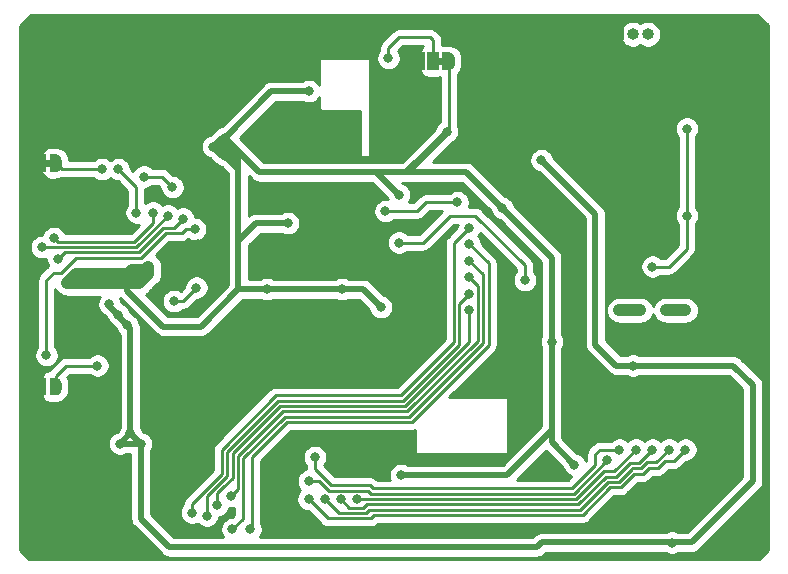
<source format=gbr>
%TF.GenerationSoftware,KiCad,Pcbnew,(5.1.10)-1*%
%TF.CreationDate,2021-11-28T20:39:18+00:00*%
%TF.ProjectId,pc_card_sound_barker,70635f63-6172-4645-9f73-6f756e645f62,rev?*%
%TF.SameCoordinates,Original*%
%TF.FileFunction,Copper,L2,Bot*%
%TF.FilePolarity,Positive*%
%FSLAX46Y46*%
G04 Gerber Fmt 4.6, Leading zero omitted, Abs format (unit mm)*
G04 Created by KiCad (PCBNEW (5.1.10)-1) date 2021-11-28 20:39:18*
%MOMM*%
%LPD*%
G01*
G04 APERTURE LIST*
%TA.AperFunction,EtchedComponent*%
%ADD10C,0.100000*%
%TD*%
%TA.AperFunction,SMDPad,CuDef*%
%ADD11C,0.100000*%
%TD*%
%TA.AperFunction,SMDPad,CuDef*%
%ADD12R,1.000000X1.500000*%
%TD*%
%TA.AperFunction,SMDPad,CuDef*%
%ADD13C,1.000000*%
%TD*%
%TA.AperFunction,ComponentPad*%
%ADD14O,1.000000X1.000000*%
%TD*%
%TA.AperFunction,ComponentPad*%
%ADD15R,1.000000X1.000000*%
%TD*%
%TA.AperFunction,ViaPad*%
%ADD16C,0.800000*%
%TD*%
%TA.AperFunction,Conductor*%
%ADD17C,0.250000*%
%TD*%
%TA.AperFunction,Conductor*%
%ADD18C,0.500000*%
%TD*%
%TA.AperFunction,Conductor*%
%ADD19C,1.000000*%
%TD*%
%TA.AperFunction,Conductor*%
%ADD20C,0.254000*%
%TD*%
%TA.AperFunction,Conductor*%
%ADD21C,0.100000*%
%TD*%
G04 APERTURE END LIST*
D10*
%TO.C,JP3*%
G36*
X139965000Y-61676000D02*
G01*
X139465000Y-61676000D01*
X139465000Y-62276000D01*
X139965000Y-62276000D01*
X139965000Y-61676000D01*
G37*
%TO.C,JP1*%
G36*
X106176000Y-70312000D02*
G01*
X106676000Y-70312000D01*
X106676000Y-70912000D01*
X106176000Y-70912000D01*
X106176000Y-70312000D01*
G37*
%TD*%
%TA.AperFunction,SMDPad,CuDef*%
D11*
%TO.P,JP3,1*%
%TO.N,VCC*%
G36*
X139815000Y-61226000D02*
G01*
X140365000Y-61226000D01*
X140365000Y-61226602D01*
X140389534Y-61226602D01*
X140438365Y-61231412D01*
X140486490Y-61240984D01*
X140533445Y-61255228D01*
X140578778Y-61274005D01*
X140622051Y-61297136D01*
X140662850Y-61324396D01*
X140700779Y-61355524D01*
X140735476Y-61390221D01*
X140766604Y-61428150D01*
X140793864Y-61468949D01*
X140816995Y-61512222D01*
X140835772Y-61557555D01*
X140850016Y-61604510D01*
X140859588Y-61652635D01*
X140864398Y-61701466D01*
X140864398Y-61726000D01*
X140865000Y-61726000D01*
X140865000Y-62226000D01*
X140864398Y-62226000D01*
X140864398Y-62250534D01*
X140859588Y-62299365D01*
X140850016Y-62347490D01*
X140835772Y-62394445D01*
X140816995Y-62439778D01*
X140793864Y-62483051D01*
X140766604Y-62523850D01*
X140735476Y-62561779D01*
X140700779Y-62596476D01*
X140662850Y-62627604D01*
X140622051Y-62654864D01*
X140578778Y-62677995D01*
X140533445Y-62696772D01*
X140486490Y-62711016D01*
X140438365Y-62720588D01*
X140389534Y-62725398D01*
X140365000Y-62725398D01*
X140365000Y-62726000D01*
X139815000Y-62726000D01*
X139815000Y-61226000D01*
G37*
%TD.AperFunction*%
D12*
%TO.P,JP3,2*%
%TO.N,WP#*%
X139065000Y-61976000D03*
%TA.AperFunction,SMDPad,CuDef*%
D11*
%TO.P,JP3,3*%
%TO.N,AGND*%
G36*
X137765000Y-62725398D02*
G01*
X137740466Y-62725398D01*
X137691635Y-62720588D01*
X137643510Y-62711016D01*
X137596555Y-62696772D01*
X137551222Y-62677995D01*
X137507949Y-62654864D01*
X137467150Y-62627604D01*
X137429221Y-62596476D01*
X137394524Y-62561779D01*
X137363396Y-62523850D01*
X137336136Y-62483051D01*
X137313005Y-62439778D01*
X137294228Y-62394445D01*
X137279984Y-62347490D01*
X137270412Y-62299365D01*
X137265602Y-62250534D01*
X137265602Y-62226000D01*
X137265000Y-62226000D01*
X137265000Y-61726000D01*
X137265602Y-61726000D01*
X137265602Y-61701466D01*
X137270412Y-61652635D01*
X137279984Y-61604510D01*
X137294228Y-61557555D01*
X137313005Y-61512222D01*
X137336136Y-61468949D01*
X137363396Y-61428150D01*
X137394524Y-61390221D01*
X137429221Y-61355524D01*
X137467150Y-61324396D01*
X137507949Y-61297136D01*
X137551222Y-61274005D01*
X137596555Y-61255228D01*
X137643510Y-61240984D01*
X137691635Y-61231412D01*
X137740466Y-61226602D01*
X137765000Y-61226602D01*
X137765000Y-61226000D01*
X138315000Y-61226000D01*
X138315000Y-62726000D01*
X137765000Y-62726000D01*
X137765000Y-62725398D01*
G37*
%TD.AperFunction*%
%TD*%
%TA.AperFunction,SMDPad,CuDef*%
%TO.P,JP1,1*%
%TO.N,Net-(J1-Pad43)*%
G36*
X106576000Y-69862000D02*
G01*
X107076000Y-69862000D01*
X107076000Y-69862602D01*
X107100534Y-69862602D01*
X107149365Y-69867412D01*
X107197490Y-69876984D01*
X107244445Y-69891228D01*
X107289778Y-69910005D01*
X107333051Y-69933136D01*
X107373850Y-69960396D01*
X107411779Y-69991524D01*
X107446476Y-70026221D01*
X107477604Y-70064150D01*
X107504864Y-70104949D01*
X107527995Y-70148222D01*
X107546772Y-70193555D01*
X107561016Y-70240510D01*
X107570588Y-70288635D01*
X107575398Y-70337466D01*
X107575398Y-70362000D01*
X107576000Y-70362000D01*
X107576000Y-70862000D01*
X107575398Y-70862000D01*
X107575398Y-70886534D01*
X107570588Y-70935365D01*
X107561016Y-70983490D01*
X107546772Y-71030445D01*
X107527995Y-71075778D01*
X107504864Y-71119051D01*
X107477604Y-71159850D01*
X107446476Y-71197779D01*
X107411779Y-71232476D01*
X107373850Y-71263604D01*
X107333051Y-71290864D01*
X107289778Y-71313995D01*
X107244445Y-71332772D01*
X107197490Y-71347016D01*
X107149365Y-71356588D01*
X107100534Y-71361398D01*
X107076000Y-71361398D01*
X107076000Y-71362000D01*
X106576000Y-71362000D01*
X106576000Y-69862000D01*
G37*
%TD.AperFunction*%
%TA.AperFunction,SMDPad,CuDef*%
%TO.P,JP1,2*%
%TO.N,AGND*%
G36*
X105776000Y-71361398D02*
G01*
X105751466Y-71361398D01*
X105702635Y-71356588D01*
X105654510Y-71347016D01*
X105607555Y-71332772D01*
X105562222Y-71313995D01*
X105518949Y-71290864D01*
X105478150Y-71263604D01*
X105440221Y-71232476D01*
X105405524Y-71197779D01*
X105374396Y-71159850D01*
X105347136Y-71119051D01*
X105324005Y-71075778D01*
X105305228Y-71030445D01*
X105290984Y-70983490D01*
X105281412Y-70935365D01*
X105276602Y-70886534D01*
X105276602Y-70862000D01*
X105276000Y-70862000D01*
X105276000Y-70362000D01*
X105276602Y-70362000D01*
X105276602Y-70337466D01*
X105281412Y-70288635D01*
X105290984Y-70240510D01*
X105305228Y-70193555D01*
X105324005Y-70148222D01*
X105347136Y-70104949D01*
X105374396Y-70064150D01*
X105405524Y-70026221D01*
X105440221Y-69991524D01*
X105478150Y-69960396D01*
X105518949Y-69933136D01*
X105562222Y-69910005D01*
X105607555Y-69891228D01*
X105654510Y-69876984D01*
X105702635Y-69867412D01*
X105751466Y-69862602D01*
X105776000Y-69862602D01*
X105776000Y-69862000D01*
X106276000Y-69862000D01*
X106276000Y-71362000D01*
X105776000Y-71362000D01*
X105776000Y-71361398D01*
G37*
%TD.AperFunction*%
%TD*%
D13*
%TO.P,TP2,1*%
%TO.N,AOTL*%
X156591000Y-83058000D03*
%TD*%
%TO.P,TP1,1*%
%TO.N,AOTR*%
X158750000Y-83058000D03*
%TD*%
D14*
%TO.P,J2,T*%
%TO.N,LEFT*%
X157226000Y-59690000D03*
%TO.P,J2,R*%
%TO.N,RIGHT*%
X155956000Y-59690000D03*
D15*
%TO.P,J2,S*%
%TO.N,AGND*%
X154686000Y-59690000D03*
%TD*%
%TA.AperFunction,SMDPad,CuDef*%
D11*
%TO.P,JP2,2*%
%TO.N,AGND*%
G36*
X105776000Y-90284398D02*
G01*
X105751466Y-90284398D01*
X105702635Y-90279588D01*
X105654510Y-90270016D01*
X105607555Y-90255772D01*
X105562222Y-90236995D01*
X105518949Y-90213864D01*
X105478150Y-90186604D01*
X105440221Y-90155476D01*
X105405524Y-90120779D01*
X105374396Y-90082850D01*
X105347136Y-90042051D01*
X105324005Y-89998778D01*
X105305228Y-89953445D01*
X105290984Y-89906490D01*
X105281412Y-89858365D01*
X105276602Y-89809534D01*
X105276602Y-89785000D01*
X105276000Y-89785000D01*
X105276000Y-89285000D01*
X105276602Y-89285000D01*
X105276602Y-89260466D01*
X105281412Y-89211635D01*
X105290984Y-89163510D01*
X105305228Y-89116555D01*
X105324005Y-89071222D01*
X105347136Y-89027949D01*
X105374396Y-88987150D01*
X105405524Y-88949221D01*
X105440221Y-88914524D01*
X105478150Y-88883396D01*
X105518949Y-88856136D01*
X105562222Y-88833005D01*
X105607555Y-88814228D01*
X105654510Y-88799984D01*
X105702635Y-88790412D01*
X105751466Y-88785602D01*
X105776000Y-88785602D01*
X105776000Y-88785000D01*
X106276000Y-88785000D01*
X106276000Y-90285000D01*
X105776000Y-90285000D01*
X105776000Y-90284398D01*
G37*
%TD.AperFunction*%
%TA.AperFunction,SMDPad,CuDef*%
%TO.P,JP2,1*%
%TO.N,Net-(J1-Pad57)*%
G36*
X106576000Y-88785000D02*
G01*
X107076000Y-88785000D01*
X107076000Y-88785602D01*
X107100534Y-88785602D01*
X107149365Y-88790412D01*
X107197490Y-88799984D01*
X107244445Y-88814228D01*
X107289778Y-88833005D01*
X107333051Y-88856136D01*
X107373850Y-88883396D01*
X107411779Y-88914524D01*
X107446476Y-88949221D01*
X107477604Y-88987150D01*
X107504864Y-89027949D01*
X107527995Y-89071222D01*
X107546772Y-89116555D01*
X107561016Y-89163510D01*
X107570588Y-89211635D01*
X107575398Y-89260466D01*
X107575398Y-89285000D01*
X107576000Y-89285000D01*
X107576000Y-89785000D01*
X107575398Y-89785000D01*
X107575398Y-89809534D01*
X107570588Y-89858365D01*
X107561016Y-89906490D01*
X107546772Y-89953445D01*
X107527995Y-89998778D01*
X107504864Y-90042051D01*
X107477604Y-90082850D01*
X107446476Y-90120779D01*
X107411779Y-90155476D01*
X107373850Y-90186604D01*
X107333051Y-90213864D01*
X107289778Y-90236995D01*
X107244445Y-90255772D01*
X107197490Y-90270016D01*
X107149365Y-90279588D01*
X107100534Y-90284398D01*
X107076000Y-90284398D01*
X107076000Y-90285000D01*
X106576000Y-90285000D01*
X106576000Y-88785000D01*
G37*
%TD.AperFunction*%
%TD*%
D16*
%TO.N,Net-(J1-Pad43)*%
X110998000Y-71120000D03*
%TO.N,Net-(J1-Pad57)*%
X110617000Y-87757000D03*
%TO.N,VCC*%
X128524000Y-64516000D03*
X134620000Y-82804000D03*
X124968000Y-81280000D03*
X131318000Y-81280000D03*
X136144000Y-73279000D03*
X144907000Y-74422000D03*
X136338000Y-97028000D03*
X151003000Y-96139000D03*
X140208000Y-67945000D03*
X121412000Y-68453000D03*
X149098000Y-85725000D03*
X108966000Y-80010000D03*
X126746000Y-75692000D03*
X109855000Y-80772000D03*
X108077000Y-80772000D03*
X113538000Y-79629000D03*
X114427000Y-80518000D03*
X114935000Y-79375000D03*
X121412000Y-69977000D03*
X120396000Y-69215000D03*
%TO.N,RESET*%
X117094000Y-82296000D03*
X118999000Y-81153000D03*
%TO.N,A7*%
X106299000Y-86868000D03*
X118872000Y-76200000D03*
%TO.N,IREQ#*%
X107315000Y-78740000D03*
X117856000Y-75311000D03*
%TO.N,WE#*%
X105918000Y-77724000D03*
X116586000Y-75057000D03*
%TO.N,IOWR#*%
X116967000Y-72644000D03*
X114554000Y-71755000D03*
%TO.N,WP#*%
X135255000Y-61722000D03*
%TO.N,ICS0#*%
X142113000Y-76073000D03*
X118618000Y-100203000D03*
%TO.N,IA0*%
X142113000Y-77470000D03*
X123571000Y-101600000D03*
%TO.N,IA1*%
X142113000Y-78867000D03*
X122047000Y-101600000D03*
%TO.N,IIRQ#*%
X142113000Y-80264000D03*
X121920000Y-98806000D03*
%TO.N,IWR#*%
X142113000Y-83058000D03*
X120777000Y-99568000D03*
%TO.N,BCO*%
X131222750Y-99060000D03*
X157607000Y-94869000D03*
%TO.N,DO*%
X129857500Y-99060000D03*
X159004000Y-94869000D03*
%TO.N,LRO*%
X128492250Y-99060000D03*
X160401000Y-94869000D03*
%TO.N,IRD#*%
X142113000Y-81661000D03*
X119888000Y-100457000D03*
%TO.N,AGND*%
X112776000Y-103124000D03*
X106680000Y-102108000D03*
X108204000Y-60833000D03*
X106172000Y-59690000D03*
X126746000Y-84582000D03*
X136906000Y-81788000D03*
X133350000Y-84582000D03*
X136779000Y-75946000D03*
X128270000Y-73406000D03*
X125222000Y-74168000D03*
X122047000Y-86233000D03*
X109601000Y-68199000D03*
X107442000Y-58674000D03*
X109220000Y-58674000D03*
X110998000Y-58674000D03*
X112776000Y-58674000D03*
X109220000Y-103124000D03*
X123063000Y-87376000D03*
X112522000Y-74803000D03*
X125222000Y-78740000D03*
X110490000Y-67183000D03*
X147701000Y-59817000D03*
X151796750Y-59817000D03*
X159988250Y-59817000D03*
X164084000Y-59817000D03*
X161798000Y-90678000D03*
X162941000Y-83058000D03*
X164719000Y-68199000D03*
X147447000Y-68199000D03*
X156083000Y-67437000D03*
X162687000Y-96774000D03*
X154940000Y-99949000D03*
X151638000Y-94107000D03*
X110998000Y-103124000D03*
X131699000Y-95504000D03*
X134493000Y-101727000D03*
X142367000Y-89535000D03*
X148463000Y-96012000D03*
X122809000Y-58674000D03*
X128778000Y-58674000D03*
X144907000Y-72390000D03*
X145161000Y-81661000D03*
X111633000Y-85979000D03*
X116840000Y-79375000D03*
X134112000Y-59563000D03*
X165862000Y-99822000D03*
X165862000Y-102616000D03*
X158242000Y-99949000D03*
X162687000Y-94869000D03*
X142875000Y-65405000D03*
X137287000Y-68580000D03*
X130810000Y-66929000D03*
X131953000Y-68072000D03*
X120142000Y-78232000D03*
X119126000Y-77470000D03*
X150114000Y-75311000D03*
X164719000Y-72771000D03*
X142367000Y-95758000D03*
X145796000Y-101727000D03*
X131445000Y-60198000D03*
X144145000Y-59817000D03*
%TO.N,AVDD*%
X114300000Y-94361000D03*
X112522000Y-94361000D03*
X113411000Y-93472000D03*
X155956000Y-87757000D03*
X148209000Y-70358000D03*
X113157000Y-84328000D03*
X159258000Y-102743000D03*
X112395000Y-83439000D03*
X111633000Y-82550000D03*
%TO.N,AOTR*%
X160401000Y-83058000D03*
%TO.N,AOTL*%
X154813000Y-83058000D03*
%TO.N,Net-(C10-Pad2)*%
X160528000Y-67691000D03*
X157607000Y-79375000D03*
X160528000Y-75057000D03*
%TO.N,DACPD*%
X153797000Y-95758000D03*
X128524000Y-97536000D03*
%TO.N,CLKO*%
X156210000Y-94869000D03*
X132588000Y-99060000D03*
%TO.N,POR#*%
X136144000Y-77343000D03*
X146812000Y-80518000D03*
%TO.N,ATA_HRESET#*%
X129032000Y-95504000D03*
X154813000Y-94869000D03*
%TO.N,EE_CS*%
X135001000Y-74676000D03*
X141097000Y-73914000D03*
%TO.N,A11*%
X112395000Y-71120000D03*
X113919000Y-74803000D03*
%TO.N,A19*%
X106934000Y-76962000D03*
X115316000Y-74803000D03*
%TD*%
D17*
%TO.N,Net-(J1-Pad43)*%
X107330000Y-70866000D02*
X107076000Y-70612000D01*
X107584000Y-71120000D02*
X107076000Y-70612000D01*
X110998000Y-71120000D02*
X107584000Y-71120000D01*
%TO.N,Net-(J1-Pad57)*%
X107076000Y-89535000D02*
X107076000Y-88631000D01*
X107950000Y-87757000D02*
X110617000Y-87757000D01*
X107076000Y-88631000D02*
X107950000Y-87757000D01*
%TO.N,VCC*%
X140365000Y-61976000D02*
X140365000Y-66264000D01*
D18*
X136906000Y-71374000D02*
X140208000Y-68072000D01*
X141859000Y-71374000D02*
X144907000Y-74422000D01*
X136906000Y-71374000D02*
X141859000Y-71374000D01*
X151003000Y-96139000D02*
X149098000Y-94234000D01*
X149098000Y-78613000D02*
X144907000Y-74422000D01*
X149098000Y-94234000D02*
X149098000Y-93980000D01*
X149098000Y-92710000D02*
X149098000Y-93218000D01*
X149098000Y-93980000D02*
X149098000Y-92710000D01*
X149098000Y-92710000D02*
X149098000Y-88138000D01*
X146812000Y-95504000D02*
X146304000Y-96012000D01*
X145288000Y-97028000D02*
X146812000Y-95504000D01*
X149098000Y-93218000D02*
X146812000Y-95504000D01*
X143256000Y-97028000D02*
X145288000Y-97028000D01*
X136338000Y-97028000D02*
X143256000Y-97028000D01*
X143256000Y-97028000D02*
X143637000Y-97028000D01*
D17*
X140365000Y-67788000D02*
X140208000Y-67945000D01*
X140365000Y-61976000D02*
X140365000Y-67788000D01*
D18*
X149098000Y-88138000D02*
X149098000Y-78613000D01*
D19*
X114681000Y-79629000D02*
X113538000Y-79629000D01*
X114935000Y-79375000D02*
X114681000Y-79629000D01*
X113157000Y-80010000D02*
X113538000Y-79629000D01*
X108966000Y-80010000D02*
X113157000Y-80010000D01*
X108839000Y-80010000D02*
X108077000Y-80772000D01*
X108966000Y-80010000D02*
X108839000Y-80010000D01*
X108077000Y-80772000D02*
X109855000Y-80772000D01*
X114173000Y-80772000D02*
X114427000Y-80518000D01*
X109855000Y-80772000D02*
X114173000Y-80772000D01*
X114935000Y-80010000D02*
X114427000Y-80518000D01*
X114935000Y-79375000D02*
X114935000Y-80010000D01*
X113538000Y-79629000D02*
X114427000Y-80518000D01*
D18*
X113157000Y-80010000D02*
X113157000Y-81407000D01*
X113157000Y-81407000D02*
X116205000Y-84455000D01*
X116205000Y-84455000D02*
X119380000Y-84455000D01*
X122555000Y-81280000D02*
X124968000Y-81280000D01*
X119380000Y-84455000D02*
X122555000Y-81280000D01*
X124968000Y-81280000D02*
X131318000Y-81280000D01*
X133096000Y-81280000D02*
X134620000Y-82804000D01*
X131318000Y-81280000D02*
X133096000Y-81280000D01*
X122555000Y-69596000D02*
X121412000Y-68453000D01*
X126746000Y-75692000D02*
X124079000Y-75692000D01*
X124079000Y-75692000D02*
X122555000Y-77216000D01*
X122555000Y-77216000D02*
X122555000Y-77724000D01*
X122555000Y-81280000D02*
X122555000Y-77724000D01*
X133731000Y-71374000D02*
X134366000Y-71374000D01*
X136779000Y-71374000D02*
X140208000Y-67945000D01*
X136398000Y-71374000D02*
X136779000Y-71374000D01*
X134366000Y-71374000D02*
X136398000Y-71374000D01*
X134239000Y-71374000D02*
X133731000Y-71374000D01*
X136144000Y-73279000D02*
X134239000Y-71374000D01*
X122555000Y-77724000D02*
X122555000Y-73025000D01*
X122555000Y-71628000D02*
X122555000Y-70485000D01*
X122555000Y-73025000D02*
X122555000Y-71628000D01*
X122428000Y-70993000D02*
X122555000Y-70993000D01*
X121412000Y-69977000D02*
X122428000Y-70993000D01*
X122555000Y-71628000D02*
X122555000Y-70993000D01*
X120650000Y-69215000D02*
X121412000Y-69977000D01*
X120650000Y-69215000D02*
X121412000Y-68453000D01*
X120396000Y-69215000D02*
X120650000Y-69215000D01*
X121412000Y-69088000D02*
X121412000Y-69342000D01*
X121412000Y-69977000D02*
X121412000Y-69088000D01*
X121412000Y-69088000D02*
X121412000Y-68453000D01*
D19*
X122174000Y-70104000D02*
X121158000Y-69088000D01*
D18*
X122555000Y-70104000D02*
X122428000Y-70104000D01*
X122555000Y-70993000D02*
X122555000Y-70104000D01*
X122555000Y-70104000D02*
X122555000Y-69596000D01*
X121158000Y-69977000D02*
X120396000Y-69215000D01*
X121412000Y-69977000D02*
X121158000Y-69977000D01*
X122555000Y-71120000D02*
X122555000Y-71628000D01*
X121412000Y-69977000D02*
X122555000Y-71120000D01*
X121158000Y-68453000D02*
X120396000Y-69215000D01*
X121412000Y-68453000D02*
X121158000Y-68453000D01*
X121412000Y-68453000D02*
X125349000Y-64516000D01*
X125349000Y-64516000D02*
X128524000Y-64516000D01*
X124333000Y-71374000D02*
X124714000Y-71374000D01*
X121412000Y-68453000D02*
X124333000Y-71374000D01*
X134366000Y-71374000D02*
X124714000Y-71374000D01*
D17*
%TO.N,RESET*%
X117856000Y-82296000D02*
X118999000Y-81153000D01*
X117094000Y-82296000D02*
X117856000Y-82296000D01*
%TO.N,A7*%
X106299000Y-86868000D02*
X106299000Y-86741000D01*
X106299000Y-86868000D02*
X106299000Y-80518000D01*
X106299000Y-80518000D02*
X106934000Y-79883000D01*
X106934000Y-79883000D02*
X107569000Y-79883000D01*
X107569000Y-79883000D02*
X108827982Y-78624018D01*
X108827982Y-78624018D02*
X114291802Y-78624018D01*
X114291802Y-78624018D02*
X116392810Y-76523010D01*
X118121020Y-76200000D02*
X117798010Y-76523010D01*
X118872000Y-76200000D02*
X118121020Y-76200000D01*
X116392810Y-76523010D02*
X117798010Y-76523010D01*
%TO.N,IREQ#*%
X117094000Y-76073000D02*
X117856000Y-75311000D01*
X116206410Y-76073000D02*
X117094000Y-76073000D01*
X114105401Y-78174009D02*
X116206410Y-76073000D01*
X107880990Y-78174010D02*
X114105401Y-78174009D01*
X107315000Y-78740000D02*
X107880990Y-78174010D01*
%TO.N,WE#*%
X113919000Y-77724000D02*
X113030000Y-77724000D01*
X116586000Y-75057000D02*
X113919000Y-77724000D01*
X105918000Y-77724000D02*
X113030000Y-77724000D01*
%TO.N,IOWR#*%
X116078000Y-71755000D02*
X116967000Y-72644000D01*
X114554000Y-71755000D02*
X116078000Y-71755000D01*
%TO.N,WP#*%
X135255000Y-61722000D02*
X135255000Y-60833000D01*
X135255000Y-60833000D02*
X136144000Y-59944000D01*
X136144000Y-59944000D02*
X138811000Y-59944000D01*
X139065000Y-60198000D02*
X139065000Y-61214000D01*
X138811000Y-59944000D02*
X139065000Y-60198000D01*
X139065000Y-61976000D02*
X139065000Y-61214000D01*
%TO.N,ICS0#*%
X140773990Y-85791190D02*
X140773990Y-77412010D01*
X125738200Y-90285980D02*
X136279200Y-90285980D01*
X121154959Y-94869221D02*
X125738200Y-90285980D01*
X140773990Y-77412010D02*
X142113000Y-76073000D01*
X121154959Y-96901221D02*
X121154959Y-94869221D01*
X136279200Y-90285980D02*
X140773990Y-85791190D01*
X118618000Y-99438180D02*
X121154959Y-96901221D01*
X118618000Y-100203000D02*
X118618000Y-99438180D01*
%TO.N,IA0*%
X123698000Y-101473000D02*
X123571000Y-101600000D01*
X126670202Y-92536028D02*
X123698000Y-95508230D01*
X123698000Y-95508230D02*
X123698000Y-101473000D01*
X137211202Y-92536028D02*
X126670202Y-92536028D01*
X143738019Y-86009211D02*
X137211202Y-92536028D01*
X143738019Y-79095019D02*
X143738019Y-86009211D01*
X142113000Y-77470000D02*
X143738019Y-79095019D01*
%TO.N,IA1*%
X122954999Y-99676001D02*
X122954999Y-99459999D01*
X122954999Y-98951999D02*
X122954999Y-99459999D01*
X137024802Y-92086018D02*
X143288010Y-85822810D01*
X126483802Y-92086018D02*
X137024802Y-92086018D01*
X143288011Y-80042011D02*
X142113000Y-78867000D01*
X122954999Y-95614821D02*
X126483802Y-92086018D01*
X143288010Y-85822810D02*
X143288011Y-80042011D01*
X122954999Y-98951999D02*
X122954999Y-95614821D01*
X122936000Y-98970998D02*
X122954999Y-98951999D01*
X122936000Y-100711000D02*
X122936000Y-98970998D01*
X122047000Y-101600000D02*
X122936000Y-100711000D01*
%TO.N,IIRQ#*%
X136838401Y-91636009D02*
X142838001Y-85636409D01*
X126297400Y-91636010D02*
X136838401Y-91636009D01*
X142838001Y-80989001D02*
X142838001Y-82005001D01*
X142113000Y-80264000D02*
X142838001Y-80989001D01*
X142838001Y-82005001D02*
X142838001Y-81312999D01*
X142838001Y-85636409D02*
X142838001Y-82005001D01*
X121920000Y-98806000D02*
X122504989Y-98221011D01*
X122504989Y-95428421D02*
X122873205Y-95060205D01*
X122504989Y-98221011D02*
X122504989Y-95428421D01*
X122873205Y-95060205D02*
X126297400Y-91636010D01*
%TO.N,IWR#*%
X142113000Y-83058000D02*
X142113000Y-85725000D01*
X136652000Y-91186000D02*
X126111000Y-91186000D01*
X142113000Y-85725000D02*
X136652000Y-91186000D01*
X122054979Y-95242021D02*
X122110500Y-95186500D01*
X122054979Y-97274021D02*
X122054979Y-95242021D01*
X126111000Y-91186000D02*
X122110500Y-95186500D01*
X121031000Y-98298000D02*
X121285000Y-98044000D01*
X121285000Y-98044000D02*
X122054979Y-97274021D01*
X120777000Y-98552000D02*
X121285000Y-98044000D01*
X120777000Y-99568000D02*
X120777000Y-98552000D01*
%TO.N,BCO*%
X156463295Y-96012705D02*
X157607000Y-94869000D01*
X151317810Y-99510010D02*
X153667310Y-97160510D01*
X154554900Y-97160510D02*
X155702705Y-96012705D01*
X153667310Y-97160510D02*
X154554900Y-97160510D01*
X133407990Y-99510010D02*
X151317810Y-99510010D01*
X155702705Y-96012705D02*
X156463295Y-96012705D01*
X133132999Y-99785001D02*
X133407990Y-99510010D01*
X131947751Y-99785001D02*
X133132999Y-99785001D01*
X131222750Y-99060000D02*
X131947751Y-99785001D01*
%TO.N,DO*%
X151504211Y-99960019D02*
X153853710Y-97610520D01*
X153853710Y-97610520D02*
X154741300Y-97610520D01*
X133594390Y-99960020D02*
X151504211Y-99960019D01*
X133319399Y-100235011D02*
X133594390Y-99960020D01*
X131032511Y-100235011D02*
X133319399Y-100235011D01*
X129857500Y-99060000D02*
X131032511Y-100235011D01*
X157924500Y-95948500D02*
X159004000Y-94869000D01*
X157163910Y-95948500D02*
X157924500Y-95948500D01*
X156649695Y-96462715D02*
X157163910Y-95948500D01*
X155889105Y-96462715D02*
X156649695Y-96462715D01*
X155766910Y-96584910D02*
X155889105Y-96462715D01*
X154741300Y-97610520D02*
X155766910Y-96584910D01*
X155766910Y-96584910D02*
X155859053Y-96492767D01*
%TO.N,LRO*%
X130117271Y-100685021D02*
X128492250Y-99060000D01*
X133756979Y-100685021D02*
X130117271Y-100685021D01*
X160401000Y-94869000D02*
X159447795Y-95822205D01*
X159447795Y-95822205D02*
X158687205Y-95822205D01*
X158687205Y-95822205D02*
X158110900Y-96398510D01*
X157350310Y-96398510D02*
X156836095Y-96912725D01*
X151430972Y-100410028D02*
X151430970Y-100410030D01*
X156836095Y-96912725D02*
X156075505Y-96912725D01*
X158110900Y-96398510D02*
X157350310Y-96398510D01*
X156075505Y-96912725D02*
X154927700Y-98060530D01*
X134031970Y-100410030D02*
X133756979Y-100685021D01*
X151430970Y-100410030D02*
X134031970Y-100410030D01*
X154927700Y-98060530D02*
X154040110Y-98060530D01*
X154040110Y-98060530D02*
X151690612Y-100410028D01*
X151690612Y-100410028D02*
X151430972Y-100410028D01*
%TO.N,IRD#*%
X141224000Y-85977590D02*
X141224000Y-82550000D01*
X136465600Y-90735990D02*
X141224000Y-85977590D01*
X125924600Y-90735990D02*
X136465600Y-90735990D01*
X121604969Y-95055621D02*
X125924600Y-90735990D01*
X121604969Y-97087621D02*
X121604969Y-95055621D01*
X141224000Y-82550000D02*
X142113000Y-81661000D01*
X119888000Y-98804590D02*
X121604969Y-97087621D01*
X119888000Y-100457000D02*
X119888000Y-98804590D01*
%TO.N,AGND*%
X105776000Y-70612000D02*
X105776000Y-71359592D01*
X137160000Y-85090000D02*
X136906000Y-85344000D01*
X126746000Y-84582000D02*
X127508000Y-85344000D01*
X127508000Y-85344000D02*
X128016000Y-85344000D01*
X135128000Y-85344000D02*
X135382000Y-85344000D01*
X135382000Y-85344000D02*
X134874000Y-85344000D01*
X105776000Y-71359592D02*
X106489204Y-72072796D01*
X108077000Y-61214000D02*
X106426000Y-61214000D01*
X106172000Y-60960000D02*
X106172000Y-59690000D01*
X106426000Y-61214000D02*
X106172000Y-60960000D01*
X137668000Y-84582000D02*
X136906000Y-85344000D01*
X137668000Y-82550000D02*
X137668000Y-84582000D01*
X136906000Y-81788000D02*
X137668000Y-82550000D01*
X133858000Y-85090000D02*
X133858000Y-85344000D01*
X133350000Y-84582000D02*
X133858000Y-85090000D01*
X134874000Y-85344000D02*
X133858000Y-85344000D01*
X136652000Y-85344000D02*
X135382000Y-85344000D01*
X136906000Y-85344000D02*
X136652000Y-85344000D01*
X128778000Y-85344000D02*
X128016000Y-85344000D01*
X133858000Y-85344000D02*
X128778000Y-85344000D01*
X136936000Y-85344000D02*
X136906000Y-85344000D01*
X105776000Y-69864408D02*
X105776000Y-70612000D01*
X106444407Y-69196001D02*
X105776000Y-69864408D01*
X106680000Y-102108000D02*
X108458000Y-102108000D01*
X126619000Y-84455000D02*
X126746000Y-84582000D01*
D18*
%TO.N,AVDD*%
X112522000Y-94361000D02*
X113411000Y-93472000D01*
X114300000Y-94361000D02*
X112522000Y-94361000D01*
X113411000Y-93472000D02*
X114300000Y-94361000D01*
X148209000Y-70358000D02*
X152781000Y-74930000D01*
X152781000Y-74930000D02*
X152781000Y-85979000D01*
X154559000Y-87757000D02*
X155956000Y-87757000D01*
X152781000Y-85979000D02*
X154559000Y-87757000D01*
X166116000Y-89408000D02*
X166116000Y-97536000D01*
X164465000Y-87757000D02*
X166116000Y-89408000D01*
X160935934Y-102716066D02*
X159030934Y-102716066D01*
X166116000Y-97536000D02*
X160935934Y-102716066D01*
X155956000Y-87757000D02*
X164465000Y-87757000D01*
X112395000Y-83566000D02*
X113157000Y-84328000D01*
X112395000Y-83439000D02*
X112395000Y-83566000D01*
X111633000Y-82677000D02*
X112395000Y-83439000D01*
X111633000Y-82550000D02*
X111633000Y-82677000D01*
X113411000Y-84582000D02*
X113157000Y-84328000D01*
X113411000Y-93472000D02*
X113411000Y-84582000D01*
X116713000Y-103124000D02*
X146123132Y-103124000D01*
X114300000Y-100711000D02*
X116713000Y-103124000D01*
X114300000Y-94361000D02*
X114300000Y-100711000D01*
X147828000Y-103124000D02*
X148235934Y-102716066D01*
X146123132Y-103124000D02*
X147828000Y-103124000D01*
X159030934Y-102716066D02*
X148235934Y-102716066D01*
D19*
%TO.N,AOTR*%
X158750000Y-83058000D02*
X160401000Y-83058000D01*
%TO.N,AOTL*%
X154813000Y-83058000D02*
X156591000Y-83058000D01*
D17*
%TO.N,Net-(C10-Pad2)*%
X157607000Y-79375000D02*
X159004000Y-79375000D01*
X160528000Y-77851000D02*
X160528000Y-75057000D01*
X159004000Y-79375000D02*
X160528000Y-77851000D01*
X160528000Y-67691000D02*
X160528000Y-75057000D01*
%TO.N,DACPD*%
X133513999Y-98334999D02*
X133788990Y-98609990D01*
X129411590Y-97536000D02*
X130210589Y-98334999D01*
X130210589Y-98334999D02*
X133513999Y-98334999D01*
X128524000Y-97536000D02*
X129411590Y-97536000D01*
X150945010Y-98609990D02*
X150552990Y-98609990D01*
X153797000Y-95758000D02*
X150945010Y-98609990D01*
X133788990Y-98609990D02*
X150552990Y-98609990D01*
%TO.N,CLKO*%
X154368500Y-96710500D02*
X156210000Y-94869000D01*
X153480910Y-96710500D02*
X154368500Y-96710500D01*
X151131411Y-99059999D02*
X153480910Y-96710500D01*
X132588000Y-99060000D02*
X151131411Y-99059999D01*
%TO.N,POR#*%
X142621000Y-75057000D02*
X146812000Y-79248000D01*
X140462000Y-75057000D02*
X142621000Y-75057000D01*
X138176000Y-77343000D02*
X140462000Y-75057000D01*
X146812000Y-79248000D02*
X146812000Y-80518000D01*
X136144000Y-77343000D02*
X138176000Y-77343000D01*
%TO.N,ATA_HRESET#*%
X144399000Y-98148960D02*
X144387980Y-98159980D01*
X144387980Y-98159980D02*
X146442020Y-98159980D01*
X129032000Y-96520000D02*
X129032000Y-96012000D01*
X130396989Y-97884989D02*
X129032000Y-96520000D01*
X133700400Y-97884990D02*
X130396989Y-97884989D01*
X133975390Y-98159980D02*
X133700400Y-97884990D01*
X144387980Y-98159980D02*
X133975390Y-98159980D01*
X129032000Y-96012000D02*
X129032000Y-95504000D01*
X153416000Y-94869000D02*
X154813000Y-94869000D01*
X153162000Y-94869000D02*
X153416000Y-94869000D01*
X152781000Y-95250000D02*
X153162000Y-94869000D01*
X152781000Y-96137590D02*
X152781000Y-95250000D01*
X150758610Y-98159980D02*
X152781000Y-96137590D01*
X146442020Y-98159980D02*
X150758610Y-98159980D01*
%TO.N,EE_CS*%
X141097000Y-73914000D02*
X138430000Y-73914000D01*
X138430000Y-73914000D02*
X137668000Y-74676000D01*
X137668000Y-74676000D02*
X135001000Y-74676000D01*
%TO.N,A11*%
X113919000Y-72644000D02*
X112395000Y-71120000D01*
X113919000Y-74803000D02*
X113919000Y-72644000D01*
%TO.N,A19*%
X115316000Y-75690590D02*
X115316000Y-74803000D01*
X113732600Y-77273990D02*
X115316000Y-75690590D01*
X107245990Y-77273990D02*
X113732600Y-77273990D01*
X106934000Y-76962000D02*
X107245990Y-77273990D01*
%TD*%
D20*
%TO.N,AGND*%
X167361001Y-58939607D02*
X167361000Y-103366394D01*
X166612394Y-104115000D01*
X104855581Y-104115000D01*
X104081975Y-103341394D01*
X104081975Y-88785000D01*
X105937928Y-88785000D01*
X105937928Y-90285000D01*
X105950188Y-90409482D01*
X105986498Y-90529180D01*
X106045463Y-90639494D01*
X106124815Y-90736185D01*
X106221506Y-90815537D01*
X106331820Y-90874502D01*
X106451518Y-90910812D01*
X106576000Y-90923072D01*
X107076000Y-90923072D01*
X107100450Y-90920664D01*
X107125009Y-90920664D01*
X107249490Y-90908404D01*
X107345623Y-90889282D01*
X107465319Y-90852973D01*
X107555875Y-90815464D01*
X107666192Y-90756498D01*
X107747691Y-90702042D01*
X107844382Y-90622690D01*
X107913690Y-90553382D01*
X107993042Y-90456691D01*
X108047498Y-90375192D01*
X108106464Y-90264875D01*
X108143973Y-90174319D01*
X108180282Y-90054623D01*
X108199404Y-89958490D01*
X108211664Y-89834009D01*
X108211664Y-89809450D01*
X108214072Y-89785000D01*
X108214072Y-89285000D01*
X108211664Y-89260550D01*
X108211664Y-89235991D01*
X108199404Y-89111510D01*
X108180282Y-89015377D01*
X108143973Y-88895681D01*
X108106464Y-88805125D01*
X108061255Y-88720546D01*
X108264802Y-88517000D01*
X109913289Y-88517000D01*
X109957226Y-88560937D01*
X110126744Y-88674205D01*
X110315102Y-88752226D01*
X110515061Y-88792000D01*
X110718939Y-88792000D01*
X110918898Y-88752226D01*
X111107256Y-88674205D01*
X111276774Y-88560937D01*
X111420937Y-88416774D01*
X111534205Y-88247256D01*
X111612226Y-88058898D01*
X111652000Y-87858939D01*
X111652000Y-87655061D01*
X111612226Y-87455102D01*
X111534205Y-87266744D01*
X111420937Y-87097226D01*
X111276774Y-86953063D01*
X111107256Y-86839795D01*
X110918898Y-86761774D01*
X110718939Y-86722000D01*
X110515061Y-86722000D01*
X110315102Y-86761774D01*
X110126744Y-86839795D01*
X109957226Y-86953063D01*
X109913289Y-86997000D01*
X107987325Y-86997000D01*
X107950000Y-86993324D01*
X107912675Y-86997000D01*
X107912667Y-86997000D01*
X107801014Y-87007997D01*
X107657753Y-87051454D01*
X107525724Y-87122026D01*
X107409999Y-87216999D01*
X107386201Y-87245997D01*
X106564998Y-88067201D01*
X106536000Y-88090999D01*
X106512202Y-88119997D01*
X106512201Y-88119998D01*
X106482546Y-88156132D01*
X106451518Y-88159188D01*
X106331820Y-88195498D01*
X106221506Y-88254463D01*
X106124815Y-88333815D01*
X106045463Y-88430506D01*
X105986498Y-88540820D01*
X105950188Y-88660518D01*
X105937928Y-88785000D01*
X104081975Y-88785000D01*
X104081975Y-77622061D01*
X104883000Y-77622061D01*
X104883000Y-77825939D01*
X104922774Y-78025898D01*
X105000795Y-78214256D01*
X105114063Y-78383774D01*
X105258226Y-78527937D01*
X105427744Y-78641205D01*
X105616102Y-78719226D01*
X105816061Y-78759000D01*
X106019939Y-78759000D01*
X106219898Y-78719226D01*
X106280000Y-78694331D01*
X106280000Y-78841939D01*
X106319774Y-79041898D01*
X106397795Y-79230256D01*
X106445104Y-79301059D01*
X106393999Y-79342999D01*
X106370200Y-79371998D01*
X105787998Y-79954201D01*
X105759000Y-79977999D01*
X105735202Y-80006997D01*
X105735201Y-80006998D01*
X105664026Y-80093724D01*
X105593454Y-80225754D01*
X105572297Y-80295502D01*
X105549998Y-80369014D01*
X105539264Y-80477998D01*
X105535324Y-80518000D01*
X105539001Y-80555332D01*
X105539000Y-86164289D01*
X105495063Y-86208226D01*
X105381795Y-86377744D01*
X105303774Y-86566102D01*
X105264000Y-86766061D01*
X105264000Y-86969939D01*
X105303774Y-87169898D01*
X105381795Y-87358256D01*
X105495063Y-87527774D01*
X105639226Y-87671937D01*
X105808744Y-87785205D01*
X105997102Y-87863226D01*
X106197061Y-87903000D01*
X106400939Y-87903000D01*
X106600898Y-87863226D01*
X106789256Y-87785205D01*
X106958774Y-87671937D01*
X107102937Y-87527774D01*
X107216205Y-87358256D01*
X107294226Y-87169898D01*
X107334000Y-86969939D01*
X107334000Y-86766061D01*
X107294226Y-86566102D01*
X107216205Y-86377744D01*
X107102937Y-86208226D01*
X107059000Y-86164289D01*
X107059000Y-81275193D01*
X107128716Y-81405623D01*
X107270551Y-81578449D01*
X107443377Y-81720284D01*
X107640553Y-81825676D01*
X107854501Y-81890577D01*
X108021248Y-81907000D01*
X108021249Y-81907000D01*
X108077000Y-81912491D01*
X108132751Y-81907000D01*
X110817855Y-81907000D01*
X110715795Y-82059744D01*
X110637774Y-82248102D01*
X110598000Y-82448061D01*
X110598000Y-82651939D01*
X110637774Y-82851898D01*
X110715795Y-83040256D01*
X110829063Y-83209774D01*
X110973226Y-83353937D01*
X111142744Y-83467205D01*
X111192050Y-83487628D01*
X111388465Y-83684044D01*
X111399774Y-83740898D01*
X111477795Y-83929256D01*
X111591063Y-84098774D01*
X111735226Y-84242937D01*
X111904744Y-84356205D01*
X111954050Y-84376628D01*
X112150465Y-84573044D01*
X112161774Y-84629898D01*
X112239795Y-84818256D01*
X112353063Y-84987774D01*
X112497226Y-85131937D01*
X112526001Y-85151164D01*
X112526000Y-92933546D01*
X112493795Y-92981744D01*
X112415774Y-93170102D01*
X112404465Y-93226956D01*
X112276957Y-93354465D01*
X112220102Y-93365774D01*
X112031744Y-93443795D01*
X111862226Y-93557063D01*
X111718063Y-93701226D01*
X111604795Y-93870744D01*
X111526774Y-94059102D01*
X111487000Y-94259061D01*
X111487000Y-94462939D01*
X111526774Y-94662898D01*
X111604795Y-94851256D01*
X111718063Y-95020774D01*
X111862226Y-95164937D01*
X112031744Y-95278205D01*
X112220102Y-95356226D01*
X112420061Y-95396000D01*
X112623939Y-95396000D01*
X112823898Y-95356226D01*
X113012256Y-95278205D01*
X113060454Y-95246000D01*
X113415000Y-95246000D01*
X113415001Y-100667521D01*
X113410719Y-100711000D01*
X113427805Y-100884490D01*
X113478412Y-101051313D01*
X113560590Y-101205059D01*
X113643468Y-101306046D01*
X113643471Y-101306049D01*
X113671184Y-101339817D01*
X113704951Y-101367529D01*
X116056470Y-103719049D01*
X116084183Y-103752817D01*
X116117951Y-103780530D01*
X116117953Y-103780532D01*
X116189452Y-103839210D01*
X116218941Y-103863411D01*
X116372687Y-103945589D01*
X116539510Y-103996195D01*
X116669523Y-104009000D01*
X116669533Y-104009000D01*
X116712999Y-104013281D01*
X116756465Y-104009000D01*
X147784531Y-104009000D01*
X147828000Y-104013281D01*
X147871469Y-104009000D01*
X147871477Y-104009000D01*
X148001490Y-103996195D01*
X148168313Y-103945589D01*
X148322059Y-103863411D01*
X148456817Y-103752817D01*
X148484534Y-103719044D01*
X148602512Y-103601066D01*
X158679236Y-103601066D01*
X158767744Y-103660205D01*
X158956102Y-103738226D01*
X159156061Y-103778000D01*
X159359939Y-103778000D01*
X159559898Y-103738226D01*
X159748256Y-103660205D01*
X159836764Y-103601066D01*
X160892465Y-103601066D01*
X160935934Y-103605347D01*
X160979403Y-103601066D01*
X160979411Y-103601066D01*
X161109424Y-103588261D01*
X161276247Y-103537655D01*
X161429993Y-103455477D01*
X161564751Y-103344883D01*
X161592468Y-103311110D01*
X166711049Y-98192530D01*
X166744817Y-98164817D01*
X166855411Y-98030059D01*
X166884832Y-97975016D01*
X166937589Y-97876314D01*
X166988195Y-97709490D01*
X166990608Y-97684986D01*
X167001000Y-97579477D01*
X167001000Y-97579469D01*
X167005281Y-97536000D01*
X167001000Y-97492531D01*
X167001000Y-89451469D01*
X167005281Y-89408000D01*
X167001000Y-89364531D01*
X167001000Y-89364523D01*
X166988195Y-89234510D01*
X166976149Y-89194799D01*
X166937589Y-89067686D01*
X166855411Y-88913941D01*
X166772532Y-88812953D01*
X166772530Y-88812951D01*
X166744817Y-88779183D01*
X166711050Y-88751471D01*
X165121534Y-87161956D01*
X165093817Y-87128183D01*
X164959059Y-87017589D01*
X164805313Y-86935411D01*
X164638490Y-86884805D01*
X164508477Y-86872000D01*
X164508469Y-86872000D01*
X164465000Y-86867719D01*
X164421531Y-86872000D01*
X156494454Y-86872000D01*
X156446256Y-86839795D01*
X156257898Y-86761774D01*
X156057939Y-86722000D01*
X155854061Y-86722000D01*
X155654102Y-86761774D01*
X155465744Y-86839795D01*
X155417546Y-86872000D01*
X154925579Y-86872000D01*
X153666000Y-85612422D01*
X153666000Y-83058000D01*
X153672509Y-83058000D01*
X153694423Y-83280499D01*
X153759324Y-83494447D01*
X153864716Y-83691623D01*
X154006551Y-83864449D01*
X154179377Y-84006284D01*
X154376553Y-84111676D01*
X154590501Y-84176577D01*
X154757248Y-84193000D01*
X156702788Y-84193000D01*
X156757747Y-84182068D01*
X156813499Y-84176577D01*
X156867106Y-84160315D01*
X156922067Y-84149383D01*
X156973842Y-84127937D01*
X157027447Y-84111676D01*
X157076851Y-84085269D01*
X157128624Y-84063824D01*
X157175214Y-84032693D01*
X157224623Y-84006284D01*
X157267932Y-83970741D01*
X157314520Y-83939612D01*
X157354141Y-83899991D01*
X157397449Y-83864449D01*
X157432991Y-83821141D01*
X157472612Y-83781520D01*
X157503741Y-83734932D01*
X157539284Y-83691623D01*
X157565693Y-83642214D01*
X157596824Y-83595624D01*
X157618269Y-83543851D01*
X157644676Y-83494447D01*
X157660937Y-83440842D01*
X157670500Y-83417755D01*
X157680063Y-83440842D01*
X157696324Y-83494447D01*
X157722731Y-83543851D01*
X157744176Y-83595624D01*
X157775307Y-83642214D01*
X157801716Y-83691623D01*
X157837259Y-83734932D01*
X157868388Y-83781520D01*
X157908009Y-83821141D01*
X157943551Y-83864449D01*
X157986859Y-83899991D01*
X158026480Y-83939612D01*
X158073068Y-83970741D01*
X158116377Y-84006284D01*
X158165786Y-84032693D01*
X158212376Y-84063824D01*
X158264149Y-84085269D01*
X158313553Y-84111676D01*
X158367158Y-84127937D01*
X158418933Y-84149383D01*
X158473894Y-84160315D01*
X158527501Y-84176577D01*
X158583253Y-84182068D01*
X158638212Y-84193000D01*
X160456752Y-84193000D01*
X160623499Y-84176577D01*
X160837447Y-84111676D01*
X161034623Y-84006284D01*
X161207449Y-83864449D01*
X161349284Y-83691623D01*
X161454676Y-83494447D01*
X161519577Y-83280499D01*
X161541491Y-83058000D01*
X161519577Y-82835501D01*
X161454676Y-82621553D01*
X161349284Y-82424377D01*
X161207449Y-82251551D01*
X161034623Y-82109716D01*
X160837447Y-82004324D01*
X160623499Y-81939423D01*
X160456752Y-81923000D01*
X158638212Y-81923000D01*
X158583253Y-81933932D01*
X158527501Y-81939423D01*
X158473894Y-81955685D01*
X158418933Y-81966617D01*
X158367158Y-81988063D01*
X158313553Y-82004324D01*
X158264149Y-82030731D01*
X158212376Y-82052176D01*
X158165786Y-82083307D01*
X158116377Y-82109716D01*
X158073068Y-82145259D01*
X158026480Y-82176388D01*
X157986859Y-82216009D01*
X157943551Y-82251551D01*
X157908009Y-82294859D01*
X157868388Y-82334480D01*
X157837259Y-82381068D01*
X157801716Y-82424377D01*
X157775307Y-82473786D01*
X157744176Y-82520376D01*
X157722731Y-82572149D01*
X157696324Y-82621553D01*
X157680063Y-82675158D01*
X157670500Y-82698245D01*
X157660937Y-82675158D01*
X157644676Y-82621553D01*
X157618269Y-82572149D01*
X157596824Y-82520376D01*
X157565693Y-82473786D01*
X157539284Y-82424377D01*
X157503741Y-82381068D01*
X157472612Y-82334480D01*
X157432991Y-82294859D01*
X157397449Y-82251551D01*
X157354141Y-82216009D01*
X157314520Y-82176388D01*
X157267932Y-82145259D01*
X157224623Y-82109716D01*
X157175214Y-82083307D01*
X157128624Y-82052176D01*
X157076851Y-82030731D01*
X157027447Y-82004324D01*
X156973842Y-81988063D01*
X156922067Y-81966617D01*
X156867106Y-81955685D01*
X156813499Y-81939423D01*
X156757747Y-81933932D01*
X156702788Y-81923000D01*
X154757248Y-81923000D01*
X154590501Y-81939423D01*
X154376553Y-82004324D01*
X154179377Y-82109716D01*
X154006551Y-82251551D01*
X153864716Y-82424377D01*
X153759324Y-82621553D01*
X153694423Y-82835501D01*
X153672509Y-83058000D01*
X153666000Y-83058000D01*
X153666000Y-79273061D01*
X156572000Y-79273061D01*
X156572000Y-79476939D01*
X156611774Y-79676898D01*
X156689795Y-79865256D01*
X156803063Y-80034774D01*
X156947226Y-80178937D01*
X157116744Y-80292205D01*
X157305102Y-80370226D01*
X157505061Y-80410000D01*
X157708939Y-80410000D01*
X157908898Y-80370226D01*
X158097256Y-80292205D01*
X158266774Y-80178937D01*
X158310711Y-80135000D01*
X158966678Y-80135000D01*
X159004000Y-80138676D01*
X159041322Y-80135000D01*
X159041333Y-80135000D01*
X159152986Y-80124003D01*
X159296247Y-80080546D01*
X159428276Y-80009974D01*
X159544001Y-79915001D01*
X159567803Y-79885998D01*
X161039009Y-78414794D01*
X161068001Y-78391001D01*
X161091795Y-78362008D01*
X161091799Y-78362004D01*
X161162973Y-78275277D01*
X161162974Y-78275276D01*
X161233546Y-78143247D01*
X161277003Y-77999986D01*
X161288000Y-77888333D01*
X161288000Y-77888324D01*
X161291676Y-77851001D01*
X161288000Y-77813678D01*
X161288000Y-75760711D01*
X161331937Y-75716774D01*
X161445205Y-75547256D01*
X161523226Y-75358898D01*
X161563000Y-75158939D01*
X161563000Y-74955061D01*
X161523226Y-74755102D01*
X161445205Y-74566744D01*
X161331937Y-74397226D01*
X161288000Y-74353289D01*
X161288000Y-68394711D01*
X161331937Y-68350774D01*
X161445205Y-68181256D01*
X161523226Y-67992898D01*
X161563000Y-67792939D01*
X161563000Y-67589061D01*
X161523226Y-67389102D01*
X161445205Y-67200744D01*
X161331937Y-67031226D01*
X161187774Y-66887063D01*
X161018256Y-66773795D01*
X160829898Y-66695774D01*
X160629939Y-66656000D01*
X160426061Y-66656000D01*
X160226102Y-66695774D01*
X160037744Y-66773795D01*
X159868226Y-66887063D01*
X159724063Y-67031226D01*
X159610795Y-67200744D01*
X159532774Y-67389102D01*
X159493000Y-67589061D01*
X159493000Y-67792939D01*
X159532774Y-67992898D01*
X159610795Y-68181256D01*
X159724063Y-68350774D01*
X159768000Y-68394711D01*
X159768001Y-74353288D01*
X159724063Y-74397226D01*
X159610795Y-74566744D01*
X159532774Y-74755102D01*
X159493000Y-74955061D01*
X159493000Y-75158939D01*
X159532774Y-75358898D01*
X159610795Y-75547256D01*
X159724063Y-75716774D01*
X159768001Y-75760712D01*
X159768000Y-77536197D01*
X158689199Y-78615000D01*
X158310711Y-78615000D01*
X158266774Y-78571063D01*
X158097256Y-78457795D01*
X157908898Y-78379774D01*
X157708939Y-78340000D01*
X157505061Y-78340000D01*
X157305102Y-78379774D01*
X157116744Y-78457795D01*
X156947226Y-78571063D01*
X156803063Y-78715226D01*
X156689795Y-78884744D01*
X156611774Y-79073102D01*
X156572000Y-79273061D01*
X153666000Y-79273061D01*
X153666000Y-74973465D01*
X153670281Y-74929999D01*
X153666000Y-74886533D01*
X153666000Y-74886523D01*
X153653195Y-74756510D01*
X153602589Y-74589687D01*
X153520411Y-74435941D01*
X153409817Y-74301183D01*
X153376050Y-74273472D01*
X149215535Y-70112957D01*
X149204226Y-70056102D01*
X149126205Y-69867744D01*
X149012937Y-69698226D01*
X148868774Y-69554063D01*
X148699256Y-69440795D01*
X148510898Y-69362774D01*
X148310939Y-69323000D01*
X148107061Y-69323000D01*
X147907102Y-69362774D01*
X147718744Y-69440795D01*
X147549226Y-69554063D01*
X147405063Y-69698226D01*
X147291795Y-69867744D01*
X147213774Y-70056102D01*
X147174000Y-70256061D01*
X147174000Y-70459939D01*
X147213774Y-70659898D01*
X147291795Y-70848256D01*
X147405063Y-71017774D01*
X147549226Y-71161937D01*
X147718744Y-71275205D01*
X147907102Y-71353226D01*
X147963957Y-71364535D01*
X151896000Y-75296579D01*
X151896001Y-85935521D01*
X151891719Y-85979000D01*
X151908805Y-86152490D01*
X151959412Y-86319313D01*
X152041590Y-86473059D01*
X152124468Y-86574046D01*
X152124471Y-86574049D01*
X152152184Y-86607817D01*
X152185951Y-86635529D01*
X153902470Y-88352049D01*
X153930183Y-88385817D01*
X153963951Y-88413530D01*
X153963953Y-88413532D01*
X154064941Y-88496411D01*
X154218687Y-88578589D01*
X154385510Y-88629195D01*
X154515523Y-88642000D01*
X154515531Y-88642000D01*
X154559000Y-88646281D01*
X154602469Y-88642000D01*
X155417546Y-88642000D01*
X155465744Y-88674205D01*
X155654102Y-88752226D01*
X155854061Y-88792000D01*
X156057939Y-88792000D01*
X156257898Y-88752226D01*
X156446256Y-88674205D01*
X156494454Y-88642000D01*
X164098422Y-88642000D01*
X165231000Y-89774579D01*
X165231001Y-97169420D01*
X160569356Y-101831066D01*
X159756145Y-101831066D01*
X159748256Y-101825795D01*
X159559898Y-101747774D01*
X159359939Y-101708000D01*
X159156061Y-101708000D01*
X158956102Y-101747774D01*
X158767744Y-101825795D01*
X158759855Y-101831066D01*
X148279403Y-101831066D01*
X148235934Y-101826785D01*
X148192465Y-101831066D01*
X148192457Y-101831066D01*
X148062444Y-101843871D01*
X147895621Y-101894477D01*
X147741875Y-101976655D01*
X147607117Y-102087249D01*
X147579402Y-102121020D01*
X147461422Y-102239000D01*
X124388818Y-102239000D01*
X124488205Y-102090256D01*
X124566226Y-101901898D01*
X124606000Y-101701939D01*
X124606000Y-101498061D01*
X124566226Y-101298102D01*
X124488205Y-101109744D01*
X124458000Y-101064539D01*
X124458000Y-95823031D01*
X126985005Y-93296028D01*
X137173880Y-93296028D01*
X137211202Y-93299704D01*
X137248524Y-93296028D01*
X137248535Y-93296028D01*
X137360188Y-93285031D01*
X137503449Y-93241574D01*
X137541000Y-93221502D01*
X137541000Y-95134546D01*
X137543403Y-95159134D01*
X137550594Y-95182969D01*
X137562297Y-95204943D01*
X137578061Y-95224212D01*
X137597283Y-95240036D01*
X137619221Y-95251805D01*
X137643035Y-95259068D01*
X137667808Y-95261546D01*
X145287808Y-95273091D01*
X145312776Y-95270651D01*
X145336601Y-95263424D01*
X145358557Y-95251688D01*
X145377803Y-95235894D01*
X145393597Y-95216648D01*
X145405333Y-95194692D01*
X145412560Y-95170867D01*
X145415000Y-95146091D01*
X145415000Y-90551000D01*
X145412597Y-90526412D01*
X145405406Y-90502577D01*
X145393703Y-90480603D01*
X145377939Y-90461334D01*
X145358717Y-90445510D01*
X145336779Y-90433741D01*
X145312965Y-90426478D01*
X145288192Y-90424000D01*
X140405429Y-90416602D01*
X144249022Y-86573010D01*
X144278020Y-86549212D01*
X144327769Y-86488593D01*
X144372993Y-86433488D01*
X144443565Y-86301458D01*
X144460058Y-86247086D01*
X144487022Y-86158197D01*
X144498019Y-86046544D01*
X144498019Y-86046535D01*
X144501695Y-86009212D01*
X144498019Y-85971889D01*
X144498019Y-79132342D01*
X144501695Y-79095019D01*
X144498019Y-79057696D01*
X144498019Y-79057686D01*
X144487022Y-78946033D01*
X144443565Y-78802772D01*
X144427654Y-78773005D01*
X144372993Y-78670742D01*
X144301818Y-78584016D01*
X144278020Y-78555018D01*
X144249023Y-78531221D01*
X143148000Y-77430199D01*
X143148000Y-77368061D01*
X143108226Y-77168102D01*
X143030205Y-76979744D01*
X142916937Y-76810226D01*
X142878211Y-76771500D01*
X142916937Y-76732774D01*
X143030205Y-76563256D01*
X143036722Y-76547523D01*
X146052000Y-79562802D01*
X146052000Y-79814289D01*
X146008063Y-79858226D01*
X145894795Y-80027744D01*
X145816774Y-80216102D01*
X145777000Y-80416061D01*
X145777000Y-80619939D01*
X145816774Y-80819898D01*
X145894795Y-81008256D01*
X146008063Y-81177774D01*
X146152226Y-81321937D01*
X146321744Y-81435205D01*
X146510102Y-81513226D01*
X146710061Y-81553000D01*
X146913939Y-81553000D01*
X147113898Y-81513226D01*
X147302256Y-81435205D01*
X147471774Y-81321937D01*
X147615937Y-81177774D01*
X147729205Y-81008256D01*
X147807226Y-80819898D01*
X147847000Y-80619939D01*
X147847000Y-80416061D01*
X147807226Y-80216102D01*
X147729205Y-80027744D01*
X147615937Y-79858226D01*
X147572000Y-79814289D01*
X147572000Y-79285322D01*
X147575676Y-79247999D01*
X147572000Y-79210676D01*
X147572000Y-79210667D01*
X147561003Y-79099014D01*
X147517546Y-78955753D01*
X147512351Y-78946034D01*
X147446974Y-78823723D01*
X147375799Y-78736997D01*
X147352001Y-78707999D01*
X147323004Y-78684202D01*
X143184804Y-74546003D01*
X143161001Y-74516999D01*
X143045276Y-74422026D01*
X142913247Y-74351454D01*
X142769986Y-74307997D01*
X142658333Y-74297000D01*
X142658322Y-74297000D01*
X142621000Y-74293324D01*
X142583678Y-74297000D01*
X142058632Y-74297000D01*
X142092226Y-74215898D01*
X142132000Y-74015939D01*
X142132000Y-73812061D01*
X142092226Y-73612102D01*
X142014205Y-73423744D01*
X141900937Y-73254226D01*
X141756774Y-73110063D01*
X141587256Y-72996795D01*
X141398898Y-72918774D01*
X141198939Y-72879000D01*
X140995061Y-72879000D01*
X140795102Y-72918774D01*
X140606744Y-72996795D01*
X140437226Y-73110063D01*
X140393289Y-73154000D01*
X138467325Y-73154000D01*
X138430000Y-73150324D01*
X138392675Y-73154000D01*
X138392667Y-73154000D01*
X138281014Y-73164997D01*
X138137753Y-73208454D01*
X138005724Y-73279026D01*
X137889999Y-73373999D01*
X137866201Y-73402998D01*
X137353199Y-73916000D01*
X136963154Y-73916000D01*
X137061205Y-73769256D01*
X137139226Y-73580898D01*
X137179000Y-73380939D01*
X137179000Y-73177061D01*
X137139226Y-72977102D01*
X137061205Y-72788744D01*
X136947937Y-72619226D01*
X136803774Y-72475063D01*
X136634256Y-72361795D01*
X136445898Y-72283774D01*
X136389044Y-72272465D01*
X136375579Y-72259000D01*
X136735531Y-72259000D01*
X136779000Y-72263281D01*
X136822469Y-72259000D01*
X136822477Y-72259000D01*
X136842500Y-72257028D01*
X136862523Y-72259000D01*
X136862531Y-72259000D01*
X136906000Y-72263281D01*
X136949469Y-72259000D01*
X141492422Y-72259000D01*
X143900465Y-74667044D01*
X143911774Y-74723898D01*
X143989795Y-74912256D01*
X144103063Y-75081774D01*
X144247226Y-75225937D01*
X144416744Y-75339205D01*
X144605102Y-75417226D01*
X144661957Y-75428535D01*
X148213001Y-78979580D01*
X148213000Y-85186545D01*
X148180795Y-85234744D01*
X148102774Y-85423102D01*
X148063000Y-85623061D01*
X148063000Y-85826939D01*
X148102774Y-86026898D01*
X148180795Y-86215256D01*
X148213000Y-86263455D01*
X148213000Y-88181476D01*
X148213001Y-88181486D01*
X148213000Y-92666523D01*
X148213000Y-92851421D01*
X146216958Y-94847464D01*
X146216953Y-94847468D01*
X144921422Y-96143000D01*
X136876454Y-96143000D01*
X136828256Y-96110795D01*
X136639898Y-96032774D01*
X136439939Y-95993000D01*
X136236061Y-95993000D01*
X136036102Y-96032774D01*
X135847744Y-96110795D01*
X135678226Y-96224063D01*
X135534063Y-96368226D01*
X135420795Y-96537744D01*
X135342774Y-96726102D01*
X135303000Y-96926061D01*
X135303000Y-97129939D01*
X135342774Y-97329898D01*
X135371803Y-97399980D01*
X134290191Y-97399980D01*
X134264197Y-97373986D01*
X134240401Y-97344990D01*
X134211402Y-97321191D01*
X134124676Y-97250016D01*
X133992646Y-97179444D01*
X133887376Y-97147512D01*
X133849386Y-97135988D01*
X133737733Y-97124991D01*
X133700400Y-97121314D01*
X133663068Y-97124991D01*
X130711791Y-97124989D01*
X129793256Y-96206455D01*
X129835937Y-96163774D01*
X129949205Y-95994256D01*
X130027226Y-95805898D01*
X130067000Y-95605939D01*
X130067000Y-95402061D01*
X130027226Y-95202102D01*
X129949205Y-95013744D01*
X129835937Y-94844226D01*
X129691774Y-94700063D01*
X129522256Y-94586795D01*
X129333898Y-94508774D01*
X129133939Y-94469000D01*
X128930061Y-94469000D01*
X128730102Y-94508774D01*
X128541744Y-94586795D01*
X128372226Y-94700063D01*
X128228063Y-94844226D01*
X128114795Y-95013744D01*
X128036774Y-95202102D01*
X127997000Y-95402061D01*
X127997000Y-95605939D01*
X128036774Y-95805898D01*
X128114795Y-95994256D01*
X128228063Y-96163774D01*
X128272000Y-96207711D01*
X128272000Y-96482678D01*
X128268324Y-96520000D01*
X128269443Y-96531357D01*
X128222102Y-96540774D01*
X128033744Y-96618795D01*
X127864226Y-96732063D01*
X127720063Y-96876226D01*
X127606795Y-97045744D01*
X127528774Y-97234102D01*
X127489000Y-97434061D01*
X127489000Y-97637939D01*
X127528774Y-97837898D01*
X127606795Y-98026256D01*
X127720063Y-98195774D01*
X127806414Y-98282125D01*
X127688313Y-98400226D01*
X127575045Y-98569744D01*
X127497024Y-98758102D01*
X127457250Y-98958061D01*
X127457250Y-99161939D01*
X127497024Y-99361898D01*
X127575045Y-99550256D01*
X127688313Y-99719774D01*
X127832476Y-99863937D01*
X128001994Y-99977205D01*
X128190352Y-100055226D01*
X128390311Y-100095000D01*
X128452449Y-100095000D01*
X129553472Y-101196024D01*
X129577270Y-101225022D01*
X129692995Y-101319995D01*
X129825024Y-101390567D01*
X129968285Y-101434024D01*
X130079938Y-101445021D01*
X130079946Y-101445021D01*
X130117271Y-101448697D01*
X130154596Y-101445021D01*
X133719657Y-101445021D01*
X133756979Y-101448697D01*
X133794301Y-101445021D01*
X133794312Y-101445021D01*
X133905965Y-101434024D01*
X134049226Y-101390567D01*
X134181255Y-101319995D01*
X134296980Y-101225022D01*
X134320783Y-101196018D01*
X134346771Y-101170030D01*
X151393648Y-101170030D01*
X151430970Y-101173706D01*
X151468292Y-101170030D01*
X151468303Y-101170030D01*
X151468323Y-101170028D01*
X151653290Y-101170028D01*
X151690612Y-101173704D01*
X151727934Y-101170028D01*
X151727945Y-101170028D01*
X151839598Y-101159031D01*
X151982859Y-101115574D01*
X152114888Y-101045002D01*
X152230613Y-100950029D01*
X152254416Y-100921025D01*
X154354912Y-98820530D01*
X154890378Y-98820530D01*
X154927700Y-98824206D01*
X154965022Y-98820530D01*
X154965033Y-98820530D01*
X155076686Y-98809533D01*
X155219947Y-98766076D01*
X155351976Y-98695504D01*
X155467701Y-98600531D01*
X155491503Y-98571528D01*
X156390308Y-97672725D01*
X156798773Y-97672725D01*
X156836095Y-97676401D01*
X156873417Y-97672725D01*
X156873428Y-97672725D01*
X156985081Y-97661728D01*
X157128342Y-97618271D01*
X157260371Y-97547699D01*
X157376096Y-97452726D01*
X157399898Y-97423723D01*
X157665112Y-97158510D01*
X158073578Y-97158510D01*
X158110900Y-97162186D01*
X158148222Y-97158510D01*
X158148233Y-97158510D01*
X158259886Y-97147513D01*
X158403147Y-97104056D01*
X158535176Y-97033484D01*
X158650901Y-96938511D01*
X158674703Y-96909508D01*
X159002007Y-96582205D01*
X159410473Y-96582205D01*
X159447795Y-96585881D01*
X159485117Y-96582205D01*
X159485128Y-96582205D01*
X159596781Y-96571208D01*
X159740042Y-96527751D01*
X159872071Y-96457179D01*
X159987796Y-96362206D01*
X160011598Y-96333203D01*
X160440802Y-95904000D01*
X160502939Y-95904000D01*
X160702898Y-95864226D01*
X160891256Y-95786205D01*
X161060774Y-95672937D01*
X161204937Y-95528774D01*
X161318205Y-95359256D01*
X161396226Y-95170898D01*
X161436000Y-94970939D01*
X161436000Y-94767061D01*
X161396226Y-94567102D01*
X161318205Y-94378744D01*
X161204937Y-94209226D01*
X161060774Y-94065063D01*
X160891256Y-93951795D01*
X160702898Y-93873774D01*
X160502939Y-93834000D01*
X160299061Y-93834000D01*
X160099102Y-93873774D01*
X159910744Y-93951795D01*
X159741226Y-94065063D01*
X159702500Y-94103789D01*
X159663774Y-94065063D01*
X159494256Y-93951795D01*
X159305898Y-93873774D01*
X159105939Y-93834000D01*
X158902061Y-93834000D01*
X158702102Y-93873774D01*
X158513744Y-93951795D01*
X158344226Y-94065063D01*
X158305500Y-94103789D01*
X158266774Y-94065063D01*
X158097256Y-93951795D01*
X157908898Y-93873774D01*
X157708939Y-93834000D01*
X157505061Y-93834000D01*
X157305102Y-93873774D01*
X157116744Y-93951795D01*
X156947226Y-94065063D01*
X156908500Y-94103789D01*
X156869774Y-94065063D01*
X156700256Y-93951795D01*
X156511898Y-93873774D01*
X156311939Y-93834000D01*
X156108061Y-93834000D01*
X155908102Y-93873774D01*
X155719744Y-93951795D01*
X155550226Y-94065063D01*
X155511500Y-94103789D01*
X155472774Y-94065063D01*
X155303256Y-93951795D01*
X155114898Y-93873774D01*
X154914939Y-93834000D01*
X154711061Y-93834000D01*
X154511102Y-93873774D01*
X154322744Y-93951795D01*
X154153226Y-94065063D01*
X154109289Y-94109000D01*
X153199322Y-94109000D01*
X153161999Y-94105324D01*
X153124676Y-94109000D01*
X153124667Y-94109000D01*
X153013014Y-94119997D01*
X152869753Y-94163454D01*
X152737724Y-94234026D01*
X152621999Y-94328999D01*
X152598196Y-94358003D01*
X152269998Y-94686201D01*
X152241000Y-94709999D01*
X152217202Y-94738997D01*
X152217201Y-94738998D01*
X152146026Y-94825724D01*
X152075454Y-94957754D01*
X152057117Y-95018206D01*
X152031998Y-95101014D01*
X152021000Y-95212667D01*
X152021000Y-95212678D01*
X152017324Y-95250000D01*
X152021000Y-95287322D01*
X152021000Y-95822788D01*
X151999630Y-95844159D01*
X151998226Y-95837102D01*
X151920205Y-95648744D01*
X151806937Y-95479226D01*
X151662774Y-95335063D01*
X151493256Y-95221795D01*
X151304898Y-95143774D01*
X151248044Y-95132465D01*
X149983000Y-93867422D01*
X149983000Y-93261467D01*
X149987281Y-93218001D01*
X149983000Y-93174535D01*
X149983000Y-86263454D01*
X150015205Y-86215256D01*
X150093226Y-86026898D01*
X150133000Y-85826939D01*
X150133000Y-85623061D01*
X150093226Y-85423102D01*
X150015205Y-85234744D01*
X149983000Y-85186546D01*
X149983000Y-78656466D01*
X149987281Y-78612999D01*
X149983000Y-78569533D01*
X149983000Y-78569523D01*
X149970195Y-78439510D01*
X149919589Y-78272687D01*
X149837411Y-78118941D01*
X149761052Y-78025898D01*
X149754532Y-78017953D01*
X149754530Y-78017951D01*
X149726817Y-77984183D01*
X149693049Y-77956470D01*
X145913535Y-74176957D01*
X145902226Y-74120102D01*
X145824205Y-73931744D01*
X145710937Y-73762226D01*
X145566774Y-73618063D01*
X145397256Y-73504795D01*
X145208898Y-73426774D01*
X145152044Y-73415465D01*
X142515532Y-70778954D01*
X142487817Y-70745183D01*
X142353059Y-70634589D01*
X142199313Y-70552411D01*
X142032490Y-70501805D01*
X141902477Y-70489000D01*
X141902469Y-70489000D01*
X141859000Y-70484719D01*
X141815531Y-70489000D01*
X139042578Y-70489000D01*
X140648951Y-68882628D01*
X140698256Y-68862205D01*
X140867774Y-68748937D01*
X141011937Y-68604774D01*
X141125205Y-68435256D01*
X141203226Y-68246898D01*
X141243000Y-68046939D01*
X141243000Y-67843061D01*
X141203226Y-67643102D01*
X141125205Y-67454744D01*
X141125000Y-67454437D01*
X141125000Y-63070569D01*
X141133382Y-63063690D01*
X141202690Y-62994382D01*
X141282042Y-62897691D01*
X141336498Y-62816192D01*
X141395464Y-62705875D01*
X141432973Y-62615319D01*
X141469282Y-62495623D01*
X141488404Y-62399490D01*
X141500664Y-62275009D01*
X141500664Y-62250450D01*
X141503072Y-62226000D01*
X141503072Y-61726000D01*
X141500664Y-61701550D01*
X141500664Y-61676991D01*
X141488404Y-61552510D01*
X141469282Y-61456377D01*
X141432973Y-61336681D01*
X141395464Y-61246125D01*
X141336498Y-61135808D01*
X141282042Y-61054309D01*
X141202690Y-60957618D01*
X141133382Y-60888310D01*
X141036691Y-60808958D01*
X140955192Y-60754502D01*
X140844875Y-60695536D01*
X140754319Y-60658027D01*
X140634623Y-60621718D01*
X140538490Y-60602596D01*
X140414009Y-60590336D01*
X140389450Y-60590336D01*
X140365000Y-60587928D01*
X139825000Y-60587928D01*
X139825000Y-60235322D01*
X139828676Y-60197999D01*
X139825000Y-60160676D01*
X139825000Y-60160667D01*
X139814003Y-60049014D01*
X139770546Y-59905753D01*
X139699974Y-59773724D01*
X139605001Y-59657999D01*
X139575998Y-59634197D01*
X139520013Y-59578212D01*
X154821000Y-59578212D01*
X154821000Y-59801788D01*
X154864617Y-60021067D01*
X154950176Y-60227624D01*
X155074388Y-60413520D01*
X155232480Y-60571612D01*
X155418376Y-60695824D01*
X155624933Y-60781383D01*
X155844212Y-60825000D01*
X156067788Y-60825000D01*
X156287067Y-60781383D01*
X156493624Y-60695824D01*
X156591000Y-60630759D01*
X156688376Y-60695824D01*
X156894933Y-60781383D01*
X157114212Y-60825000D01*
X157337788Y-60825000D01*
X157557067Y-60781383D01*
X157763624Y-60695824D01*
X157949520Y-60571612D01*
X158107612Y-60413520D01*
X158231824Y-60227624D01*
X158317383Y-60021067D01*
X158361000Y-59801788D01*
X158361000Y-59578212D01*
X158317383Y-59358933D01*
X158231824Y-59152376D01*
X158107612Y-58966480D01*
X157949520Y-58808388D01*
X157763624Y-58684176D01*
X157557067Y-58598617D01*
X157337788Y-58555000D01*
X157114212Y-58555000D01*
X156894933Y-58598617D01*
X156688376Y-58684176D01*
X156591000Y-58749241D01*
X156493624Y-58684176D01*
X156287067Y-58598617D01*
X156067788Y-58555000D01*
X155844212Y-58555000D01*
X155624933Y-58598617D01*
X155418376Y-58684176D01*
X155232480Y-58808388D01*
X155074388Y-58966480D01*
X154950176Y-59152376D01*
X154864617Y-59358933D01*
X154821000Y-59578212D01*
X139520013Y-59578212D01*
X139374804Y-59433003D01*
X139351001Y-59403999D01*
X139235276Y-59309026D01*
X139103247Y-59238454D01*
X138959986Y-59194997D01*
X138848333Y-59184000D01*
X138848322Y-59184000D01*
X138811000Y-59180324D01*
X138773678Y-59184000D01*
X136181323Y-59184000D01*
X136144000Y-59180324D01*
X136106677Y-59184000D01*
X136106667Y-59184000D01*
X135995014Y-59194997D01*
X135851753Y-59238454D01*
X135719724Y-59309026D01*
X135603999Y-59403999D01*
X135580201Y-59432997D01*
X134743998Y-60269201D01*
X134715000Y-60292999D01*
X134691202Y-60321997D01*
X134691201Y-60321998D01*
X134620026Y-60408724D01*
X134549454Y-60540754D01*
X134534414Y-60590336D01*
X134505998Y-60684014D01*
X134495000Y-60795667D01*
X134495000Y-60795678D01*
X134491324Y-60833000D01*
X134495000Y-60870322D01*
X134495000Y-61018289D01*
X134451063Y-61062226D01*
X134337795Y-61231744D01*
X134259774Y-61420102D01*
X134220000Y-61620061D01*
X134220000Y-61823939D01*
X134259774Y-62023898D01*
X134337795Y-62212256D01*
X134451063Y-62381774D01*
X134595226Y-62525937D01*
X134764744Y-62639205D01*
X134953102Y-62717226D01*
X135153061Y-62757000D01*
X135356939Y-62757000D01*
X135556898Y-62717226D01*
X135745256Y-62639205D01*
X135914774Y-62525937D01*
X136058937Y-62381774D01*
X136172205Y-62212256D01*
X136250226Y-62023898D01*
X136290000Y-61823939D01*
X136290000Y-61620061D01*
X136250226Y-61420102D01*
X136172205Y-61231744D01*
X136075615Y-61087186D01*
X136458802Y-60704000D01*
X138200104Y-60704000D01*
X138113815Y-60774815D01*
X138034463Y-60871506D01*
X137975498Y-60981820D01*
X137939188Y-61101518D01*
X137926928Y-61226000D01*
X137926928Y-62726000D01*
X137939188Y-62850482D01*
X137975498Y-62970180D01*
X138034463Y-63080494D01*
X138113815Y-63177185D01*
X138210506Y-63256537D01*
X138320820Y-63315502D01*
X138440518Y-63351812D01*
X138565000Y-63364072D01*
X139565000Y-63364072D01*
X139605000Y-63360132D01*
X139605001Y-67103127D01*
X139548226Y-67141063D01*
X139404063Y-67285226D01*
X139290795Y-67454744D01*
X139212774Y-67643102D01*
X139201465Y-67699956D01*
X136412422Y-70489000D01*
X134282469Y-70489000D01*
X134239000Y-70484719D01*
X134195531Y-70489000D01*
X124699579Y-70489000D01*
X123211532Y-69000954D01*
X123183817Y-68967183D01*
X123150049Y-68939470D01*
X122663578Y-68453000D01*
X125715579Y-65401000D01*
X127985546Y-65401000D01*
X128033744Y-65433205D01*
X128222102Y-65511226D01*
X128422061Y-65551000D01*
X128625939Y-65551000D01*
X128825898Y-65511226D01*
X129014256Y-65433205D01*
X129183774Y-65319937D01*
X129327937Y-65175774D01*
X129413000Y-65048468D01*
X129413000Y-66040000D01*
X129415440Y-66064776D01*
X129422667Y-66088601D01*
X129434403Y-66110557D01*
X129450197Y-66129803D01*
X129469443Y-66145597D01*
X129491399Y-66157333D01*
X129515224Y-66164560D01*
X129540000Y-66167000D01*
X132842000Y-66167000D01*
X132842000Y-69977000D01*
X132844440Y-70001776D01*
X132851667Y-70025601D01*
X132863403Y-70047557D01*
X132879197Y-70066803D01*
X132898443Y-70082597D01*
X132920399Y-70094333D01*
X132944224Y-70101560D01*
X132969000Y-70104000D01*
X133604000Y-70104000D01*
X133628776Y-70101560D01*
X133652601Y-70094333D01*
X133674557Y-70082597D01*
X133693803Y-70066803D01*
X133709597Y-70047557D01*
X133721333Y-70025601D01*
X133728560Y-70001776D01*
X133731000Y-69977000D01*
X133731000Y-61849000D01*
X133728560Y-61824224D01*
X133721333Y-61800399D01*
X133709597Y-61778443D01*
X133693803Y-61759197D01*
X133674557Y-61743403D01*
X133652601Y-61731667D01*
X133628776Y-61724440D01*
X133604000Y-61722000D01*
X129540000Y-61722000D01*
X129515224Y-61724440D01*
X129491399Y-61731667D01*
X129469443Y-61743403D01*
X129450197Y-61759197D01*
X129434403Y-61778443D01*
X129422667Y-61800399D01*
X129415440Y-61824224D01*
X129413000Y-61849000D01*
X129413000Y-63983532D01*
X129327937Y-63856226D01*
X129183774Y-63712063D01*
X129014256Y-63598795D01*
X128825898Y-63520774D01*
X128625939Y-63481000D01*
X128422061Y-63481000D01*
X128222102Y-63520774D01*
X128033744Y-63598795D01*
X127985546Y-63631000D01*
X125392469Y-63631000D01*
X125349000Y-63626719D01*
X125305531Y-63631000D01*
X125305523Y-63631000D01*
X125175510Y-63643805D01*
X125008687Y-63694411D01*
X124854941Y-63776589D01*
X124753953Y-63859468D01*
X124753951Y-63859470D01*
X124720183Y-63887183D01*
X124692470Y-63920951D01*
X121166957Y-67446465D01*
X121110102Y-67457774D01*
X120921744Y-67535795D01*
X120752226Y-67649063D01*
X120714981Y-67686308D01*
X120663941Y-67713589D01*
X120562953Y-67796468D01*
X120562951Y-67796470D01*
X120529183Y-67824183D01*
X120501470Y-67857951D01*
X120150956Y-68208465D01*
X120094102Y-68219774D01*
X119905744Y-68297795D01*
X119736226Y-68411063D01*
X119592063Y-68555226D01*
X119478795Y-68724744D01*
X119400774Y-68913102D01*
X119361000Y-69113061D01*
X119361000Y-69316939D01*
X119400774Y-69516898D01*
X119478795Y-69705256D01*
X119592063Y-69874774D01*
X119736226Y-70018937D01*
X119905744Y-70132205D01*
X120094102Y-70210226D01*
X120150956Y-70221535D01*
X120501470Y-70572049D01*
X120529183Y-70605817D01*
X120562951Y-70633530D01*
X120562953Y-70633532D01*
X120595080Y-70659898D01*
X120663941Y-70716411D01*
X120714981Y-70743692D01*
X120752226Y-70780937D01*
X120921744Y-70894205D01*
X121110102Y-70972226D01*
X121166957Y-70983535D01*
X121349912Y-71166490D01*
X121670000Y-71486579D01*
X121670000Y-71671477D01*
X121670001Y-71671487D01*
X121670000Y-73068476D01*
X121670001Y-73068486D01*
X121670000Y-77172523D01*
X121670000Y-77172531D01*
X121665719Y-77216000D01*
X121670000Y-77259469D01*
X121670000Y-77767477D01*
X121670001Y-77767487D01*
X121670000Y-80913421D01*
X119013422Y-83570000D01*
X116571579Y-83570000D01*
X115195640Y-82194061D01*
X116059000Y-82194061D01*
X116059000Y-82397939D01*
X116098774Y-82597898D01*
X116176795Y-82786256D01*
X116290063Y-82955774D01*
X116434226Y-83099937D01*
X116603744Y-83213205D01*
X116792102Y-83291226D01*
X116992061Y-83331000D01*
X117195939Y-83331000D01*
X117395898Y-83291226D01*
X117584256Y-83213205D01*
X117753774Y-83099937D01*
X117797711Y-83056000D01*
X117818678Y-83056000D01*
X117856000Y-83059676D01*
X117893322Y-83056000D01*
X117893333Y-83056000D01*
X118004986Y-83045003D01*
X118148247Y-83001546D01*
X118280276Y-82930974D01*
X118396001Y-82836001D01*
X118419804Y-82806998D01*
X119038802Y-82188000D01*
X119100939Y-82188000D01*
X119300898Y-82148226D01*
X119489256Y-82070205D01*
X119658774Y-81956937D01*
X119802937Y-81812774D01*
X119916205Y-81643256D01*
X119994226Y-81454898D01*
X120034000Y-81254939D01*
X120034000Y-81051061D01*
X119994226Y-80851102D01*
X119916205Y-80662744D01*
X119802937Y-80493226D01*
X119658774Y-80349063D01*
X119489256Y-80235795D01*
X119300898Y-80157774D01*
X119100939Y-80118000D01*
X118897061Y-80118000D01*
X118697102Y-80157774D01*
X118508744Y-80235795D01*
X118339226Y-80349063D01*
X118195063Y-80493226D01*
X118081795Y-80662744D01*
X118003774Y-80851102D01*
X117964000Y-81051061D01*
X117964000Y-81113198D01*
X117652683Y-81424516D01*
X117584256Y-81378795D01*
X117395898Y-81300774D01*
X117195939Y-81261000D01*
X116992061Y-81261000D01*
X116792102Y-81300774D01*
X116603744Y-81378795D01*
X116434226Y-81492063D01*
X116290063Y-81636226D01*
X116176795Y-81805744D01*
X116098774Y-81994102D01*
X116059000Y-82194061D01*
X115195640Y-82194061D01*
X114751387Y-81749808D01*
X114806623Y-81720284D01*
X114979449Y-81578449D01*
X115014996Y-81535135D01*
X115190136Y-81359995D01*
X115233449Y-81324449D01*
X115268995Y-81281136D01*
X115698135Y-80851996D01*
X115741449Y-80816449D01*
X115883284Y-80643623D01*
X115988676Y-80446447D01*
X116053577Y-80232498D01*
X116070000Y-80065751D01*
X116070000Y-80065743D01*
X116075490Y-80010001D01*
X116070000Y-79954259D01*
X116070000Y-79430743D01*
X116075490Y-79375001D01*
X116070000Y-79319259D01*
X116070000Y-79319248D01*
X116053577Y-79152501D01*
X115988676Y-78938553D01*
X115883284Y-78741377D01*
X115741449Y-78568551D01*
X115568623Y-78426716D01*
X115565549Y-78425073D01*
X116707612Y-77283010D01*
X117760688Y-77283010D01*
X117798010Y-77286686D01*
X117835332Y-77283010D01*
X117835343Y-77283010D01*
X117946996Y-77272013D01*
X118090257Y-77228556D01*
X118222286Y-77157984D01*
X118321238Y-77076776D01*
X118381744Y-77117205D01*
X118570102Y-77195226D01*
X118770061Y-77235000D01*
X118973939Y-77235000D01*
X119173898Y-77195226D01*
X119362256Y-77117205D01*
X119531774Y-77003937D01*
X119675937Y-76859774D01*
X119789205Y-76690256D01*
X119867226Y-76501898D01*
X119907000Y-76301939D01*
X119907000Y-76098061D01*
X119867226Y-75898102D01*
X119789205Y-75709744D01*
X119675937Y-75540226D01*
X119531774Y-75396063D01*
X119362256Y-75282795D01*
X119173898Y-75204774D01*
X118973939Y-75165000D01*
X118882236Y-75165000D01*
X118851226Y-75009102D01*
X118773205Y-74820744D01*
X118659937Y-74651226D01*
X118515774Y-74507063D01*
X118346256Y-74393795D01*
X118157898Y-74315774D01*
X117957939Y-74276000D01*
X117754061Y-74276000D01*
X117554102Y-74315774D01*
X117380425Y-74387714D01*
X117245774Y-74253063D01*
X117076256Y-74139795D01*
X116887898Y-74061774D01*
X116687939Y-74022000D01*
X116484061Y-74022000D01*
X116284102Y-74061774D01*
X116110425Y-74133714D01*
X115975774Y-73999063D01*
X115806256Y-73885795D01*
X115617898Y-73807774D01*
X115417939Y-73768000D01*
X115214061Y-73768000D01*
X115014102Y-73807774D01*
X114825744Y-73885795D01*
X114679000Y-73983846D01*
X114679000Y-72785413D01*
X114855898Y-72750226D01*
X115044256Y-72672205D01*
X115213774Y-72558937D01*
X115257711Y-72515000D01*
X115763199Y-72515000D01*
X115932000Y-72683801D01*
X115932000Y-72745939D01*
X115971774Y-72945898D01*
X116049795Y-73134256D01*
X116163063Y-73303774D01*
X116307226Y-73447937D01*
X116476744Y-73561205D01*
X116665102Y-73639226D01*
X116865061Y-73679000D01*
X117068939Y-73679000D01*
X117268898Y-73639226D01*
X117457256Y-73561205D01*
X117626774Y-73447937D01*
X117770937Y-73303774D01*
X117884205Y-73134256D01*
X117962226Y-72945898D01*
X118002000Y-72745939D01*
X118002000Y-72542061D01*
X117962226Y-72342102D01*
X117884205Y-72153744D01*
X117770937Y-71984226D01*
X117626774Y-71840063D01*
X117457256Y-71726795D01*
X117268898Y-71648774D01*
X117068939Y-71609000D01*
X117006801Y-71609000D01*
X116641803Y-71244002D01*
X116618001Y-71214999D01*
X116502276Y-71120026D01*
X116370247Y-71049454D01*
X116226986Y-71005997D01*
X116115333Y-70995000D01*
X116115322Y-70995000D01*
X116078000Y-70991324D01*
X116040678Y-70995000D01*
X115257711Y-70995000D01*
X115213774Y-70951063D01*
X115044256Y-70837795D01*
X114855898Y-70759774D01*
X114655939Y-70720000D01*
X114452061Y-70720000D01*
X114252102Y-70759774D01*
X114063744Y-70837795D01*
X113894226Y-70951063D01*
X113750063Y-71095226D01*
X113636795Y-71264744D01*
X113630278Y-71280476D01*
X113430000Y-71080198D01*
X113430000Y-71018061D01*
X113390226Y-70818102D01*
X113312205Y-70629744D01*
X113198937Y-70460226D01*
X113054774Y-70316063D01*
X112885256Y-70202795D01*
X112696898Y-70124774D01*
X112496939Y-70085000D01*
X112293061Y-70085000D01*
X112093102Y-70124774D01*
X111904744Y-70202795D01*
X111735226Y-70316063D01*
X111696500Y-70354789D01*
X111657774Y-70316063D01*
X111488256Y-70202795D01*
X111299898Y-70124774D01*
X111099939Y-70085000D01*
X110896061Y-70085000D01*
X110696102Y-70124774D01*
X110507744Y-70202795D01*
X110338226Y-70316063D01*
X110294289Y-70360000D01*
X108213875Y-70360000D01*
X108211664Y-70337550D01*
X108211664Y-70312991D01*
X108199404Y-70188510D01*
X108180282Y-70092377D01*
X108143973Y-69972681D01*
X108106464Y-69882125D01*
X108047498Y-69771808D01*
X107993042Y-69690309D01*
X107913690Y-69593618D01*
X107844382Y-69524310D01*
X107747691Y-69444958D01*
X107666192Y-69390502D01*
X107555875Y-69331536D01*
X107465319Y-69294027D01*
X107345623Y-69257718D01*
X107249490Y-69238596D01*
X107125009Y-69226336D01*
X107100450Y-69226336D01*
X107076000Y-69223928D01*
X106576000Y-69223928D01*
X106451518Y-69236188D01*
X106331820Y-69272498D01*
X106221506Y-69331463D01*
X106124815Y-69410815D01*
X106045463Y-69507506D01*
X105986498Y-69617820D01*
X105956127Y-69717940D01*
X105938125Y-69723238D01*
X105936153Y-69724269D01*
X105934020Y-69724913D01*
X105881219Y-69752988D01*
X105828297Y-69780655D01*
X105826563Y-69782049D01*
X105824596Y-69783095D01*
X105778263Y-69820883D01*
X105731714Y-69858310D01*
X105730283Y-69860015D01*
X105728557Y-69861423D01*
X105690461Y-69907473D01*
X105652053Y-69953246D01*
X105650980Y-69955198D01*
X105649561Y-69956913D01*
X105621149Y-70009461D01*
X105592349Y-70061847D01*
X105591675Y-70063971D01*
X105590617Y-70065928D01*
X105572966Y-70122950D01*
X105554876Y-70179976D01*
X105554627Y-70182192D01*
X105553970Y-70184316D01*
X105547724Y-70243743D01*
X105541062Y-70303134D01*
X105541032Y-70307404D01*
X105541015Y-70307567D01*
X105541030Y-70307730D01*
X105541000Y-70312000D01*
X105541000Y-70912000D01*
X105546834Y-70971505D01*
X105552248Y-71030987D01*
X105552875Y-71033118D01*
X105553093Y-71035339D01*
X105570388Y-71092621D01*
X105587238Y-71149875D01*
X105588269Y-71151847D01*
X105588913Y-71153980D01*
X105616988Y-71206781D01*
X105644655Y-71259703D01*
X105646049Y-71261437D01*
X105647095Y-71263404D01*
X105684883Y-71309737D01*
X105722310Y-71356286D01*
X105724015Y-71357717D01*
X105725423Y-71359443D01*
X105771473Y-71397539D01*
X105817246Y-71435947D01*
X105819198Y-71437020D01*
X105820913Y-71438439D01*
X105873461Y-71466851D01*
X105925847Y-71495651D01*
X105927971Y-71496325D01*
X105929928Y-71497383D01*
X105955937Y-71505434D01*
X105986498Y-71606180D01*
X106045463Y-71716494D01*
X106124815Y-71813185D01*
X106221506Y-71892537D01*
X106331820Y-71951502D01*
X106451518Y-71987812D01*
X106576000Y-72000072D01*
X107076000Y-72000072D01*
X107100450Y-71997664D01*
X107125009Y-71997664D01*
X107249490Y-71985404D01*
X107345623Y-71966282D01*
X107465319Y-71929973D01*
X107555875Y-71892464D01*
X107574134Y-71882704D01*
X107583999Y-71883676D01*
X107621322Y-71880000D01*
X110294289Y-71880000D01*
X110338226Y-71923937D01*
X110507744Y-72037205D01*
X110696102Y-72115226D01*
X110896061Y-72155000D01*
X111099939Y-72155000D01*
X111299898Y-72115226D01*
X111488256Y-72037205D01*
X111657774Y-71923937D01*
X111696500Y-71885211D01*
X111735226Y-71923937D01*
X111904744Y-72037205D01*
X112093102Y-72115226D01*
X112293061Y-72155000D01*
X112355198Y-72155000D01*
X113159001Y-72958804D01*
X113159000Y-74099289D01*
X113115063Y-74143226D01*
X113001795Y-74312744D01*
X112923774Y-74501102D01*
X112884000Y-74701061D01*
X112884000Y-74904939D01*
X112923774Y-75104898D01*
X113001795Y-75293256D01*
X113115063Y-75462774D01*
X113259226Y-75606937D01*
X113428744Y-75720205D01*
X113617102Y-75798226D01*
X113817061Y-75838000D01*
X114020939Y-75838000D01*
X114111877Y-75819911D01*
X113417799Y-76513990D01*
X107868704Y-76513990D01*
X107851205Y-76471744D01*
X107737937Y-76302226D01*
X107593774Y-76158063D01*
X107424256Y-76044795D01*
X107235898Y-75966774D01*
X107035939Y-75927000D01*
X106832061Y-75927000D01*
X106632102Y-75966774D01*
X106443744Y-76044795D01*
X106274226Y-76158063D01*
X106130063Y-76302226D01*
X106016795Y-76471744D01*
X105938774Y-76660102D01*
X105933026Y-76689000D01*
X105816061Y-76689000D01*
X105616102Y-76728774D01*
X105427744Y-76806795D01*
X105258226Y-76920063D01*
X105114063Y-77064226D01*
X105000795Y-77233744D01*
X104922774Y-77422102D01*
X104883000Y-77622061D01*
X104081975Y-77622061D01*
X104081975Y-58964606D01*
X105007581Y-58039000D01*
X166460394Y-58039000D01*
X167361001Y-58939607D01*
%TA.AperFunction,Conductor*%
D21*
G36*
X167361001Y-58939607D02*
G01*
X167361000Y-103366394D01*
X166612394Y-104115000D01*
X104855581Y-104115000D01*
X104081975Y-103341394D01*
X104081975Y-88785000D01*
X105937928Y-88785000D01*
X105937928Y-90285000D01*
X105950188Y-90409482D01*
X105986498Y-90529180D01*
X106045463Y-90639494D01*
X106124815Y-90736185D01*
X106221506Y-90815537D01*
X106331820Y-90874502D01*
X106451518Y-90910812D01*
X106576000Y-90923072D01*
X107076000Y-90923072D01*
X107100450Y-90920664D01*
X107125009Y-90920664D01*
X107249490Y-90908404D01*
X107345623Y-90889282D01*
X107465319Y-90852973D01*
X107555875Y-90815464D01*
X107666192Y-90756498D01*
X107747691Y-90702042D01*
X107844382Y-90622690D01*
X107913690Y-90553382D01*
X107993042Y-90456691D01*
X108047498Y-90375192D01*
X108106464Y-90264875D01*
X108143973Y-90174319D01*
X108180282Y-90054623D01*
X108199404Y-89958490D01*
X108211664Y-89834009D01*
X108211664Y-89809450D01*
X108214072Y-89785000D01*
X108214072Y-89285000D01*
X108211664Y-89260550D01*
X108211664Y-89235991D01*
X108199404Y-89111510D01*
X108180282Y-89015377D01*
X108143973Y-88895681D01*
X108106464Y-88805125D01*
X108061255Y-88720546D01*
X108264802Y-88517000D01*
X109913289Y-88517000D01*
X109957226Y-88560937D01*
X110126744Y-88674205D01*
X110315102Y-88752226D01*
X110515061Y-88792000D01*
X110718939Y-88792000D01*
X110918898Y-88752226D01*
X111107256Y-88674205D01*
X111276774Y-88560937D01*
X111420937Y-88416774D01*
X111534205Y-88247256D01*
X111612226Y-88058898D01*
X111652000Y-87858939D01*
X111652000Y-87655061D01*
X111612226Y-87455102D01*
X111534205Y-87266744D01*
X111420937Y-87097226D01*
X111276774Y-86953063D01*
X111107256Y-86839795D01*
X110918898Y-86761774D01*
X110718939Y-86722000D01*
X110515061Y-86722000D01*
X110315102Y-86761774D01*
X110126744Y-86839795D01*
X109957226Y-86953063D01*
X109913289Y-86997000D01*
X107987325Y-86997000D01*
X107950000Y-86993324D01*
X107912675Y-86997000D01*
X107912667Y-86997000D01*
X107801014Y-87007997D01*
X107657753Y-87051454D01*
X107525724Y-87122026D01*
X107409999Y-87216999D01*
X107386201Y-87245997D01*
X106564998Y-88067201D01*
X106536000Y-88090999D01*
X106512202Y-88119997D01*
X106512201Y-88119998D01*
X106482546Y-88156132D01*
X106451518Y-88159188D01*
X106331820Y-88195498D01*
X106221506Y-88254463D01*
X106124815Y-88333815D01*
X106045463Y-88430506D01*
X105986498Y-88540820D01*
X105950188Y-88660518D01*
X105937928Y-88785000D01*
X104081975Y-88785000D01*
X104081975Y-77622061D01*
X104883000Y-77622061D01*
X104883000Y-77825939D01*
X104922774Y-78025898D01*
X105000795Y-78214256D01*
X105114063Y-78383774D01*
X105258226Y-78527937D01*
X105427744Y-78641205D01*
X105616102Y-78719226D01*
X105816061Y-78759000D01*
X106019939Y-78759000D01*
X106219898Y-78719226D01*
X106280000Y-78694331D01*
X106280000Y-78841939D01*
X106319774Y-79041898D01*
X106397795Y-79230256D01*
X106445104Y-79301059D01*
X106393999Y-79342999D01*
X106370200Y-79371998D01*
X105787998Y-79954201D01*
X105759000Y-79977999D01*
X105735202Y-80006997D01*
X105735201Y-80006998D01*
X105664026Y-80093724D01*
X105593454Y-80225754D01*
X105572297Y-80295502D01*
X105549998Y-80369014D01*
X105539264Y-80477998D01*
X105535324Y-80518000D01*
X105539001Y-80555332D01*
X105539000Y-86164289D01*
X105495063Y-86208226D01*
X105381795Y-86377744D01*
X105303774Y-86566102D01*
X105264000Y-86766061D01*
X105264000Y-86969939D01*
X105303774Y-87169898D01*
X105381795Y-87358256D01*
X105495063Y-87527774D01*
X105639226Y-87671937D01*
X105808744Y-87785205D01*
X105997102Y-87863226D01*
X106197061Y-87903000D01*
X106400939Y-87903000D01*
X106600898Y-87863226D01*
X106789256Y-87785205D01*
X106958774Y-87671937D01*
X107102937Y-87527774D01*
X107216205Y-87358256D01*
X107294226Y-87169898D01*
X107334000Y-86969939D01*
X107334000Y-86766061D01*
X107294226Y-86566102D01*
X107216205Y-86377744D01*
X107102937Y-86208226D01*
X107059000Y-86164289D01*
X107059000Y-81275193D01*
X107128716Y-81405623D01*
X107270551Y-81578449D01*
X107443377Y-81720284D01*
X107640553Y-81825676D01*
X107854501Y-81890577D01*
X108021248Y-81907000D01*
X108021249Y-81907000D01*
X108077000Y-81912491D01*
X108132751Y-81907000D01*
X110817855Y-81907000D01*
X110715795Y-82059744D01*
X110637774Y-82248102D01*
X110598000Y-82448061D01*
X110598000Y-82651939D01*
X110637774Y-82851898D01*
X110715795Y-83040256D01*
X110829063Y-83209774D01*
X110973226Y-83353937D01*
X111142744Y-83467205D01*
X111192050Y-83487628D01*
X111388465Y-83684044D01*
X111399774Y-83740898D01*
X111477795Y-83929256D01*
X111591063Y-84098774D01*
X111735226Y-84242937D01*
X111904744Y-84356205D01*
X111954050Y-84376628D01*
X112150465Y-84573044D01*
X112161774Y-84629898D01*
X112239795Y-84818256D01*
X112353063Y-84987774D01*
X112497226Y-85131937D01*
X112526001Y-85151164D01*
X112526000Y-92933546D01*
X112493795Y-92981744D01*
X112415774Y-93170102D01*
X112404465Y-93226956D01*
X112276957Y-93354465D01*
X112220102Y-93365774D01*
X112031744Y-93443795D01*
X111862226Y-93557063D01*
X111718063Y-93701226D01*
X111604795Y-93870744D01*
X111526774Y-94059102D01*
X111487000Y-94259061D01*
X111487000Y-94462939D01*
X111526774Y-94662898D01*
X111604795Y-94851256D01*
X111718063Y-95020774D01*
X111862226Y-95164937D01*
X112031744Y-95278205D01*
X112220102Y-95356226D01*
X112420061Y-95396000D01*
X112623939Y-95396000D01*
X112823898Y-95356226D01*
X113012256Y-95278205D01*
X113060454Y-95246000D01*
X113415000Y-95246000D01*
X113415001Y-100667521D01*
X113410719Y-100711000D01*
X113427805Y-100884490D01*
X113478412Y-101051313D01*
X113560590Y-101205059D01*
X113643468Y-101306046D01*
X113643471Y-101306049D01*
X113671184Y-101339817D01*
X113704951Y-101367529D01*
X116056470Y-103719049D01*
X116084183Y-103752817D01*
X116117951Y-103780530D01*
X116117953Y-103780532D01*
X116189452Y-103839210D01*
X116218941Y-103863411D01*
X116372687Y-103945589D01*
X116539510Y-103996195D01*
X116669523Y-104009000D01*
X116669533Y-104009000D01*
X116712999Y-104013281D01*
X116756465Y-104009000D01*
X147784531Y-104009000D01*
X147828000Y-104013281D01*
X147871469Y-104009000D01*
X147871477Y-104009000D01*
X148001490Y-103996195D01*
X148168313Y-103945589D01*
X148322059Y-103863411D01*
X148456817Y-103752817D01*
X148484534Y-103719044D01*
X148602512Y-103601066D01*
X158679236Y-103601066D01*
X158767744Y-103660205D01*
X158956102Y-103738226D01*
X159156061Y-103778000D01*
X159359939Y-103778000D01*
X159559898Y-103738226D01*
X159748256Y-103660205D01*
X159836764Y-103601066D01*
X160892465Y-103601066D01*
X160935934Y-103605347D01*
X160979403Y-103601066D01*
X160979411Y-103601066D01*
X161109424Y-103588261D01*
X161276247Y-103537655D01*
X161429993Y-103455477D01*
X161564751Y-103344883D01*
X161592468Y-103311110D01*
X166711049Y-98192530D01*
X166744817Y-98164817D01*
X166855411Y-98030059D01*
X166884832Y-97975016D01*
X166937589Y-97876314D01*
X166988195Y-97709490D01*
X166990608Y-97684986D01*
X167001000Y-97579477D01*
X167001000Y-97579469D01*
X167005281Y-97536000D01*
X167001000Y-97492531D01*
X167001000Y-89451469D01*
X167005281Y-89408000D01*
X167001000Y-89364531D01*
X167001000Y-89364523D01*
X166988195Y-89234510D01*
X166976149Y-89194799D01*
X166937589Y-89067686D01*
X166855411Y-88913941D01*
X166772532Y-88812953D01*
X166772530Y-88812951D01*
X166744817Y-88779183D01*
X166711050Y-88751471D01*
X165121534Y-87161956D01*
X165093817Y-87128183D01*
X164959059Y-87017589D01*
X164805313Y-86935411D01*
X164638490Y-86884805D01*
X164508477Y-86872000D01*
X164508469Y-86872000D01*
X164465000Y-86867719D01*
X164421531Y-86872000D01*
X156494454Y-86872000D01*
X156446256Y-86839795D01*
X156257898Y-86761774D01*
X156057939Y-86722000D01*
X155854061Y-86722000D01*
X155654102Y-86761774D01*
X155465744Y-86839795D01*
X155417546Y-86872000D01*
X154925579Y-86872000D01*
X153666000Y-85612422D01*
X153666000Y-83058000D01*
X153672509Y-83058000D01*
X153694423Y-83280499D01*
X153759324Y-83494447D01*
X153864716Y-83691623D01*
X154006551Y-83864449D01*
X154179377Y-84006284D01*
X154376553Y-84111676D01*
X154590501Y-84176577D01*
X154757248Y-84193000D01*
X156702788Y-84193000D01*
X156757747Y-84182068D01*
X156813499Y-84176577D01*
X156867106Y-84160315D01*
X156922067Y-84149383D01*
X156973842Y-84127937D01*
X157027447Y-84111676D01*
X157076851Y-84085269D01*
X157128624Y-84063824D01*
X157175214Y-84032693D01*
X157224623Y-84006284D01*
X157267932Y-83970741D01*
X157314520Y-83939612D01*
X157354141Y-83899991D01*
X157397449Y-83864449D01*
X157432991Y-83821141D01*
X157472612Y-83781520D01*
X157503741Y-83734932D01*
X157539284Y-83691623D01*
X157565693Y-83642214D01*
X157596824Y-83595624D01*
X157618269Y-83543851D01*
X157644676Y-83494447D01*
X157660937Y-83440842D01*
X157670500Y-83417755D01*
X157680063Y-83440842D01*
X157696324Y-83494447D01*
X157722731Y-83543851D01*
X157744176Y-83595624D01*
X157775307Y-83642214D01*
X157801716Y-83691623D01*
X157837259Y-83734932D01*
X157868388Y-83781520D01*
X157908009Y-83821141D01*
X157943551Y-83864449D01*
X157986859Y-83899991D01*
X158026480Y-83939612D01*
X158073068Y-83970741D01*
X158116377Y-84006284D01*
X158165786Y-84032693D01*
X158212376Y-84063824D01*
X158264149Y-84085269D01*
X158313553Y-84111676D01*
X158367158Y-84127937D01*
X158418933Y-84149383D01*
X158473894Y-84160315D01*
X158527501Y-84176577D01*
X158583253Y-84182068D01*
X158638212Y-84193000D01*
X160456752Y-84193000D01*
X160623499Y-84176577D01*
X160837447Y-84111676D01*
X161034623Y-84006284D01*
X161207449Y-83864449D01*
X161349284Y-83691623D01*
X161454676Y-83494447D01*
X161519577Y-83280499D01*
X161541491Y-83058000D01*
X161519577Y-82835501D01*
X161454676Y-82621553D01*
X161349284Y-82424377D01*
X161207449Y-82251551D01*
X161034623Y-82109716D01*
X160837447Y-82004324D01*
X160623499Y-81939423D01*
X160456752Y-81923000D01*
X158638212Y-81923000D01*
X158583253Y-81933932D01*
X158527501Y-81939423D01*
X158473894Y-81955685D01*
X158418933Y-81966617D01*
X158367158Y-81988063D01*
X158313553Y-82004324D01*
X158264149Y-82030731D01*
X158212376Y-82052176D01*
X158165786Y-82083307D01*
X158116377Y-82109716D01*
X158073068Y-82145259D01*
X158026480Y-82176388D01*
X157986859Y-82216009D01*
X157943551Y-82251551D01*
X157908009Y-82294859D01*
X157868388Y-82334480D01*
X157837259Y-82381068D01*
X157801716Y-82424377D01*
X157775307Y-82473786D01*
X157744176Y-82520376D01*
X157722731Y-82572149D01*
X157696324Y-82621553D01*
X157680063Y-82675158D01*
X157670500Y-82698245D01*
X157660937Y-82675158D01*
X157644676Y-82621553D01*
X157618269Y-82572149D01*
X157596824Y-82520376D01*
X157565693Y-82473786D01*
X157539284Y-82424377D01*
X157503741Y-82381068D01*
X157472612Y-82334480D01*
X157432991Y-82294859D01*
X157397449Y-82251551D01*
X157354141Y-82216009D01*
X157314520Y-82176388D01*
X157267932Y-82145259D01*
X157224623Y-82109716D01*
X157175214Y-82083307D01*
X157128624Y-82052176D01*
X157076851Y-82030731D01*
X157027447Y-82004324D01*
X156973842Y-81988063D01*
X156922067Y-81966617D01*
X156867106Y-81955685D01*
X156813499Y-81939423D01*
X156757747Y-81933932D01*
X156702788Y-81923000D01*
X154757248Y-81923000D01*
X154590501Y-81939423D01*
X154376553Y-82004324D01*
X154179377Y-82109716D01*
X154006551Y-82251551D01*
X153864716Y-82424377D01*
X153759324Y-82621553D01*
X153694423Y-82835501D01*
X153672509Y-83058000D01*
X153666000Y-83058000D01*
X153666000Y-79273061D01*
X156572000Y-79273061D01*
X156572000Y-79476939D01*
X156611774Y-79676898D01*
X156689795Y-79865256D01*
X156803063Y-80034774D01*
X156947226Y-80178937D01*
X157116744Y-80292205D01*
X157305102Y-80370226D01*
X157505061Y-80410000D01*
X157708939Y-80410000D01*
X157908898Y-80370226D01*
X158097256Y-80292205D01*
X158266774Y-80178937D01*
X158310711Y-80135000D01*
X158966678Y-80135000D01*
X159004000Y-80138676D01*
X159041322Y-80135000D01*
X159041333Y-80135000D01*
X159152986Y-80124003D01*
X159296247Y-80080546D01*
X159428276Y-80009974D01*
X159544001Y-79915001D01*
X159567803Y-79885998D01*
X161039009Y-78414794D01*
X161068001Y-78391001D01*
X161091795Y-78362008D01*
X161091799Y-78362004D01*
X161162973Y-78275277D01*
X161162974Y-78275276D01*
X161233546Y-78143247D01*
X161277003Y-77999986D01*
X161288000Y-77888333D01*
X161288000Y-77888324D01*
X161291676Y-77851001D01*
X161288000Y-77813678D01*
X161288000Y-75760711D01*
X161331937Y-75716774D01*
X161445205Y-75547256D01*
X161523226Y-75358898D01*
X161563000Y-75158939D01*
X161563000Y-74955061D01*
X161523226Y-74755102D01*
X161445205Y-74566744D01*
X161331937Y-74397226D01*
X161288000Y-74353289D01*
X161288000Y-68394711D01*
X161331937Y-68350774D01*
X161445205Y-68181256D01*
X161523226Y-67992898D01*
X161563000Y-67792939D01*
X161563000Y-67589061D01*
X161523226Y-67389102D01*
X161445205Y-67200744D01*
X161331937Y-67031226D01*
X161187774Y-66887063D01*
X161018256Y-66773795D01*
X160829898Y-66695774D01*
X160629939Y-66656000D01*
X160426061Y-66656000D01*
X160226102Y-66695774D01*
X160037744Y-66773795D01*
X159868226Y-66887063D01*
X159724063Y-67031226D01*
X159610795Y-67200744D01*
X159532774Y-67389102D01*
X159493000Y-67589061D01*
X159493000Y-67792939D01*
X159532774Y-67992898D01*
X159610795Y-68181256D01*
X159724063Y-68350774D01*
X159768000Y-68394711D01*
X159768001Y-74353288D01*
X159724063Y-74397226D01*
X159610795Y-74566744D01*
X159532774Y-74755102D01*
X159493000Y-74955061D01*
X159493000Y-75158939D01*
X159532774Y-75358898D01*
X159610795Y-75547256D01*
X159724063Y-75716774D01*
X159768001Y-75760712D01*
X159768000Y-77536197D01*
X158689199Y-78615000D01*
X158310711Y-78615000D01*
X158266774Y-78571063D01*
X158097256Y-78457795D01*
X157908898Y-78379774D01*
X157708939Y-78340000D01*
X157505061Y-78340000D01*
X157305102Y-78379774D01*
X157116744Y-78457795D01*
X156947226Y-78571063D01*
X156803063Y-78715226D01*
X156689795Y-78884744D01*
X156611774Y-79073102D01*
X156572000Y-79273061D01*
X153666000Y-79273061D01*
X153666000Y-74973465D01*
X153670281Y-74929999D01*
X153666000Y-74886533D01*
X153666000Y-74886523D01*
X153653195Y-74756510D01*
X153602589Y-74589687D01*
X153520411Y-74435941D01*
X153409817Y-74301183D01*
X153376050Y-74273472D01*
X149215535Y-70112957D01*
X149204226Y-70056102D01*
X149126205Y-69867744D01*
X149012937Y-69698226D01*
X148868774Y-69554063D01*
X148699256Y-69440795D01*
X148510898Y-69362774D01*
X148310939Y-69323000D01*
X148107061Y-69323000D01*
X147907102Y-69362774D01*
X147718744Y-69440795D01*
X147549226Y-69554063D01*
X147405063Y-69698226D01*
X147291795Y-69867744D01*
X147213774Y-70056102D01*
X147174000Y-70256061D01*
X147174000Y-70459939D01*
X147213774Y-70659898D01*
X147291795Y-70848256D01*
X147405063Y-71017774D01*
X147549226Y-71161937D01*
X147718744Y-71275205D01*
X147907102Y-71353226D01*
X147963957Y-71364535D01*
X151896000Y-75296579D01*
X151896001Y-85935521D01*
X151891719Y-85979000D01*
X151908805Y-86152490D01*
X151959412Y-86319313D01*
X152041590Y-86473059D01*
X152124468Y-86574046D01*
X152124471Y-86574049D01*
X152152184Y-86607817D01*
X152185951Y-86635529D01*
X153902470Y-88352049D01*
X153930183Y-88385817D01*
X153963951Y-88413530D01*
X153963953Y-88413532D01*
X154064941Y-88496411D01*
X154218687Y-88578589D01*
X154385510Y-88629195D01*
X154515523Y-88642000D01*
X154515531Y-88642000D01*
X154559000Y-88646281D01*
X154602469Y-88642000D01*
X155417546Y-88642000D01*
X155465744Y-88674205D01*
X155654102Y-88752226D01*
X155854061Y-88792000D01*
X156057939Y-88792000D01*
X156257898Y-88752226D01*
X156446256Y-88674205D01*
X156494454Y-88642000D01*
X164098422Y-88642000D01*
X165231000Y-89774579D01*
X165231001Y-97169420D01*
X160569356Y-101831066D01*
X159756145Y-101831066D01*
X159748256Y-101825795D01*
X159559898Y-101747774D01*
X159359939Y-101708000D01*
X159156061Y-101708000D01*
X158956102Y-101747774D01*
X158767744Y-101825795D01*
X158759855Y-101831066D01*
X148279403Y-101831066D01*
X148235934Y-101826785D01*
X148192465Y-101831066D01*
X148192457Y-101831066D01*
X148062444Y-101843871D01*
X147895621Y-101894477D01*
X147741875Y-101976655D01*
X147607117Y-102087249D01*
X147579402Y-102121020D01*
X147461422Y-102239000D01*
X124388818Y-102239000D01*
X124488205Y-102090256D01*
X124566226Y-101901898D01*
X124606000Y-101701939D01*
X124606000Y-101498061D01*
X124566226Y-101298102D01*
X124488205Y-101109744D01*
X124458000Y-101064539D01*
X124458000Y-95823031D01*
X126985005Y-93296028D01*
X137173880Y-93296028D01*
X137211202Y-93299704D01*
X137248524Y-93296028D01*
X137248535Y-93296028D01*
X137360188Y-93285031D01*
X137503449Y-93241574D01*
X137541000Y-93221502D01*
X137541000Y-95134546D01*
X137543403Y-95159134D01*
X137550594Y-95182969D01*
X137562297Y-95204943D01*
X137578061Y-95224212D01*
X137597283Y-95240036D01*
X137619221Y-95251805D01*
X137643035Y-95259068D01*
X137667808Y-95261546D01*
X145287808Y-95273091D01*
X145312776Y-95270651D01*
X145336601Y-95263424D01*
X145358557Y-95251688D01*
X145377803Y-95235894D01*
X145393597Y-95216648D01*
X145405333Y-95194692D01*
X145412560Y-95170867D01*
X145415000Y-95146091D01*
X145415000Y-90551000D01*
X145412597Y-90526412D01*
X145405406Y-90502577D01*
X145393703Y-90480603D01*
X145377939Y-90461334D01*
X145358717Y-90445510D01*
X145336779Y-90433741D01*
X145312965Y-90426478D01*
X145288192Y-90424000D01*
X140405429Y-90416602D01*
X144249022Y-86573010D01*
X144278020Y-86549212D01*
X144327769Y-86488593D01*
X144372993Y-86433488D01*
X144443565Y-86301458D01*
X144460058Y-86247086D01*
X144487022Y-86158197D01*
X144498019Y-86046544D01*
X144498019Y-86046535D01*
X144501695Y-86009212D01*
X144498019Y-85971889D01*
X144498019Y-79132342D01*
X144501695Y-79095019D01*
X144498019Y-79057696D01*
X144498019Y-79057686D01*
X144487022Y-78946033D01*
X144443565Y-78802772D01*
X144427654Y-78773005D01*
X144372993Y-78670742D01*
X144301818Y-78584016D01*
X144278020Y-78555018D01*
X144249023Y-78531221D01*
X143148000Y-77430199D01*
X143148000Y-77368061D01*
X143108226Y-77168102D01*
X143030205Y-76979744D01*
X142916937Y-76810226D01*
X142878211Y-76771500D01*
X142916937Y-76732774D01*
X143030205Y-76563256D01*
X143036722Y-76547523D01*
X146052000Y-79562802D01*
X146052000Y-79814289D01*
X146008063Y-79858226D01*
X145894795Y-80027744D01*
X145816774Y-80216102D01*
X145777000Y-80416061D01*
X145777000Y-80619939D01*
X145816774Y-80819898D01*
X145894795Y-81008256D01*
X146008063Y-81177774D01*
X146152226Y-81321937D01*
X146321744Y-81435205D01*
X146510102Y-81513226D01*
X146710061Y-81553000D01*
X146913939Y-81553000D01*
X147113898Y-81513226D01*
X147302256Y-81435205D01*
X147471774Y-81321937D01*
X147615937Y-81177774D01*
X147729205Y-81008256D01*
X147807226Y-80819898D01*
X147847000Y-80619939D01*
X147847000Y-80416061D01*
X147807226Y-80216102D01*
X147729205Y-80027744D01*
X147615937Y-79858226D01*
X147572000Y-79814289D01*
X147572000Y-79285322D01*
X147575676Y-79247999D01*
X147572000Y-79210676D01*
X147572000Y-79210667D01*
X147561003Y-79099014D01*
X147517546Y-78955753D01*
X147512351Y-78946034D01*
X147446974Y-78823723D01*
X147375799Y-78736997D01*
X147352001Y-78707999D01*
X147323004Y-78684202D01*
X143184804Y-74546003D01*
X143161001Y-74516999D01*
X143045276Y-74422026D01*
X142913247Y-74351454D01*
X142769986Y-74307997D01*
X142658333Y-74297000D01*
X142658322Y-74297000D01*
X142621000Y-74293324D01*
X142583678Y-74297000D01*
X142058632Y-74297000D01*
X142092226Y-74215898D01*
X142132000Y-74015939D01*
X142132000Y-73812061D01*
X142092226Y-73612102D01*
X142014205Y-73423744D01*
X141900937Y-73254226D01*
X141756774Y-73110063D01*
X141587256Y-72996795D01*
X141398898Y-72918774D01*
X141198939Y-72879000D01*
X140995061Y-72879000D01*
X140795102Y-72918774D01*
X140606744Y-72996795D01*
X140437226Y-73110063D01*
X140393289Y-73154000D01*
X138467325Y-73154000D01*
X138430000Y-73150324D01*
X138392675Y-73154000D01*
X138392667Y-73154000D01*
X138281014Y-73164997D01*
X138137753Y-73208454D01*
X138005724Y-73279026D01*
X137889999Y-73373999D01*
X137866201Y-73402998D01*
X137353199Y-73916000D01*
X136963154Y-73916000D01*
X137061205Y-73769256D01*
X137139226Y-73580898D01*
X137179000Y-73380939D01*
X137179000Y-73177061D01*
X137139226Y-72977102D01*
X137061205Y-72788744D01*
X136947937Y-72619226D01*
X136803774Y-72475063D01*
X136634256Y-72361795D01*
X136445898Y-72283774D01*
X136389044Y-72272465D01*
X136375579Y-72259000D01*
X136735531Y-72259000D01*
X136779000Y-72263281D01*
X136822469Y-72259000D01*
X136822477Y-72259000D01*
X136842500Y-72257028D01*
X136862523Y-72259000D01*
X136862531Y-72259000D01*
X136906000Y-72263281D01*
X136949469Y-72259000D01*
X141492422Y-72259000D01*
X143900465Y-74667044D01*
X143911774Y-74723898D01*
X143989795Y-74912256D01*
X144103063Y-75081774D01*
X144247226Y-75225937D01*
X144416744Y-75339205D01*
X144605102Y-75417226D01*
X144661957Y-75428535D01*
X148213001Y-78979580D01*
X148213000Y-85186545D01*
X148180795Y-85234744D01*
X148102774Y-85423102D01*
X148063000Y-85623061D01*
X148063000Y-85826939D01*
X148102774Y-86026898D01*
X148180795Y-86215256D01*
X148213000Y-86263455D01*
X148213000Y-88181476D01*
X148213001Y-88181486D01*
X148213000Y-92666523D01*
X148213000Y-92851421D01*
X146216958Y-94847464D01*
X146216953Y-94847468D01*
X144921422Y-96143000D01*
X136876454Y-96143000D01*
X136828256Y-96110795D01*
X136639898Y-96032774D01*
X136439939Y-95993000D01*
X136236061Y-95993000D01*
X136036102Y-96032774D01*
X135847744Y-96110795D01*
X135678226Y-96224063D01*
X135534063Y-96368226D01*
X135420795Y-96537744D01*
X135342774Y-96726102D01*
X135303000Y-96926061D01*
X135303000Y-97129939D01*
X135342774Y-97329898D01*
X135371803Y-97399980D01*
X134290191Y-97399980D01*
X134264197Y-97373986D01*
X134240401Y-97344990D01*
X134211402Y-97321191D01*
X134124676Y-97250016D01*
X133992646Y-97179444D01*
X133887376Y-97147512D01*
X133849386Y-97135988D01*
X133737733Y-97124991D01*
X133700400Y-97121314D01*
X133663068Y-97124991D01*
X130711791Y-97124989D01*
X129793256Y-96206455D01*
X129835937Y-96163774D01*
X129949205Y-95994256D01*
X130027226Y-95805898D01*
X130067000Y-95605939D01*
X130067000Y-95402061D01*
X130027226Y-95202102D01*
X129949205Y-95013744D01*
X129835937Y-94844226D01*
X129691774Y-94700063D01*
X129522256Y-94586795D01*
X129333898Y-94508774D01*
X129133939Y-94469000D01*
X128930061Y-94469000D01*
X128730102Y-94508774D01*
X128541744Y-94586795D01*
X128372226Y-94700063D01*
X128228063Y-94844226D01*
X128114795Y-95013744D01*
X128036774Y-95202102D01*
X127997000Y-95402061D01*
X127997000Y-95605939D01*
X128036774Y-95805898D01*
X128114795Y-95994256D01*
X128228063Y-96163774D01*
X128272000Y-96207711D01*
X128272000Y-96482678D01*
X128268324Y-96520000D01*
X128269443Y-96531357D01*
X128222102Y-96540774D01*
X128033744Y-96618795D01*
X127864226Y-96732063D01*
X127720063Y-96876226D01*
X127606795Y-97045744D01*
X127528774Y-97234102D01*
X127489000Y-97434061D01*
X127489000Y-97637939D01*
X127528774Y-97837898D01*
X127606795Y-98026256D01*
X127720063Y-98195774D01*
X127806414Y-98282125D01*
X127688313Y-98400226D01*
X127575045Y-98569744D01*
X127497024Y-98758102D01*
X127457250Y-98958061D01*
X127457250Y-99161939D01*
X127497024Y-99361898D01*
X127575045Y-99550256D01*
X127688313Y-99719774D01*
X127832476Y-99863937D01*
X128001994Y-99977205D01*
X128190352Y-100055226D01*
X128390311Y-100095000D01*
X128452449Y-100095000D01*
X129553472Y-101196024D01*
X129577270Y-101225022D01*
X129692995Y-101319995D01*
X129825024Y-101390567D01*
X129968285Y-101434024D01*
X130079938Y-101445021D01*
X130079946Y-101445021D01*
X130117271Y-101448697D01*
X130154596Y-101445021D01*
X133719657Y-101445021D01*
X133756979Y-101448697D01*
X133794301Y-101445021D01*
X133794312Y-101445021D01*
X133905965Y-101434024D01*
X134049226Y-101390567D01*
X134181255Y-101319995D01*
X134296980Y-101225022D01*
X134320783Y-101196018D01*
X134346771Y-101170030D01*
X151393648Y-101170030D01*
X151430970Y-101173706D01*
X151468292Y-101170030D01*
X151468303Y-101170030D01*
X151468323Y-101170028D01*
X151653290Y-101170028D01*
X151690612Y-101173704D01*
X151727934Y-101170028D01*
X151727945Y-101170028D01*
X151839598Y-101159031D01*
X151982859Y-101115574D01*
X152114888Y-101045002D01*
X152230613Y-100950029D01*
X152254416Y-100921025D01*
X154354912Y-98820530D01*
X154890378Y-98820530D01*
X154927700Y-98824206D01*
X154965022Y-98820530D01*
X154965033Y-98820530D01*
X155076686Y-98809533D01*
X155219947Y-98766076D01*
X155351976Y-98695504D01*
X155467701Y-98600531D01*
X155491503Y-98571528D01*
X156390308Y-97672725D01*
X156798773Y-97672725D01*
X156836095Y-97676401D01*
X156873417Y-97672725D01*
X156873428Y-97672725D01*
X156985081Y-97661728D01*
X157128342Y-97618271D01*
X157260371Y-97547699D01*
X157376096Y-97452726D01*
X157399898Y-97423723D01*
X157665112Y-97158510D01*
X158073578Y-97158510D01*
X158110900Y-97162186D01*
X158148222Y-97158510D01*
X158148233Y-97158510D01*
X158259886Y-97147513D01*
X158403147Y-97104056D01*
X158535176Y-97033484D01*
X158650901Y-96938511D01*
X158674703Y-96909508D01*
X159002007Y-96582205D01*
X159410473Y-96582205D01*
X159447795Y-96585881D01*
X159485117Y-96582205D01*
X159485128Y-96582205D01*
X159596781Y-96571208D01*
X159740042Y-96527751D01*
X159872071Y-96457179D01*
X159987796Y-96362206D01*
X160011598Y-96333203D01*
X160440802Y-95904000D01*
X160502939Y-95904000D01*
X160702898Y-95864226D01*
X160891256Y-95786205D01*
X161060774Y-95672937D01*
X161204937Y-95528774D01*
X161318205Y-95359256D01*
X161396226Y-95170898D01*
X161436000Y-94970939D01*
X161436000Y-94767061D01*
X161396226Y-94567102D01*
X161318205Y-94378744D01*
X161204937Y-94209226D01*
X161060774Y-94065063D01*
X160891256Y-93951795D01*
X160702898Y-93873774D01*
X160502939Y-93834000D01*
X160299061Y-93834000D01*
X160099102Y-93873774D01*
X159910744Y-93951795D01*
X159741226Y-94065063D01*
X159702500Y-94103789D01*
X159663774Y-94065063D01*
X159494256Y-93951795D01*
X159305898Y-93873774D01*
X159105939Y-93834000D01*
X158902061Y-93834000D01*
X158702102Y-93873774D01*
X158513744Y-93951795D01*
X158344226Y-94065063D01*
X158305500Y-94103789D01*
X158266774Y-94065063D01*
X158097256Y-93951795D01*
X157908898Y-93873774D01*
X157708939Y-93834000D01*
X157505061Y-93834000D01*
X157305102Y-93873774D01*
X157116744Y-93951795D01*
X156947226Y-94065063D01*
X156908500Y-94103789D01*
X156869774Y-94065063D01*
X156700256Y-93951795D01*
X156511898Y-93873774D01*
X156311939Y-93834000D01*
X156108061Y-93834000D01*
X155908102Y-93873774D01*
X155719744Y-93951795D01*
X155550226Y-94065063D01*
X155511500Y-94103789D01*
X155472774Y-94065063D01*
X155303256Y-93951795D01*
X155114898Y-93873774D01*
X154914939Y-93834000D01*
X154711061Y-93834000D01*
X154511102Y-93873774D01*
X154322744Y-93951795D01*
X154153226Y-94065063D01*
X154109289Y-94109000D01*
X153199322Y-94109000D01*
X153161999Y-94105324D01*
X153124676Y-94109000D01*
X153124667Y-94109000D01*
X153013014Y-94119997D01*
X152869753Y-94163454D01*
X152737724Y-94234026D01*
X152621999Y-94328999D01*
X152598196Y-94358003D01*
X152269998Y-94686201D01*
X152241000Y-94709999D01*
X152217202Y-94738997D01*
X152217201Y-94738998D01*
X152146026Y-94825724D01*
X152075454Y-94957754D01*
X152057117Y-95018206D01*
X152031998Y-95101014D01*
X152021000Y-95212667D01*
X152021000Y-95212678D01*
X152017324Y-95250000D01*
X152021000Y-95287322D01*
X152021000Y-95822788D01*
X151999630Y-95844159D01*
X151998226Y-95837102D01*
X151920205Y-95648744D01*
X151806937Y-95479226D01*
X151662774Y-95335063D01*
X151493256Y-95221795D01*
X151304898Y-95143774D01*
X151248044Y-95132465D01*
X149983000Y-93867422D01*
X149983000Y-93261467D01*
X149987281Y-93218001D01*
X149983000Y-93174535D01*
X149983000Y-86263454D01*
X150015205Y-86215256D01*
X150093226Y-86026898D01*
X150133000Y-85826939D01*
X150133000Y-85623061D01*
X150093226Y-85423102D01*
X150015205Y-85234744D01*
X149983000Y-85186546D01*
X149983000Y-78656466D01*
X149987281Y-78612999D01*
X149983000Y-78569533D01*
X149983000Y-78569523D01*
X149970195Y-78439510D01*
X149919589Y-78272687D01*
X149837411Y-78118941D01*
X149761052Y-78025898D01*
X149754532Y-78017953D01*
X149754530Y-78017951D01*
X149726817Y-77984183D01*
X149693049Y-77956470D01*
X145913535Y-74176957D01*
X145902226Y-74120102D01*
X145824205Y-73931744D01*
X145710937Y-73762226D01*
X145566774Y-73618063D01*
X145397256Y-73504795D01*
X145208898Y-73426774D01*
X145152044Y-73415465D01*
X142515532Y-70778954D01*
X142487817Y-70745183D01*
X142353059Y-70634589D01*
X142199313Y-70552411D01*
X142032490Y-70501805D01*
X141902477Y-70489000D01*
X141902469Y-70489000D01*
X141859000Y-70484719D01*
X141815531Y-70489000D01*
X139042578Y-70489000D01*
X140648951Y-68882628D01*
X140698256Y-68862205D01*
X140867774Y-68748937D01*
X141011937Y-68604774D01*
X141125205Y-68435256D01*
X141203226Y-68246898D01*
X141243000Y-68046939D01*
X141243000Y-67843061D01*
X141203226Y-67643102D01*
X141125205Y-67454744D01*
X141125000Y-67454437D01*
X141125000Y-63070569D01*
X141133382Y-63063690D01*
X141202690Y-62994382D01*
X141282042Y-62897691D01*
X141336498Y-62816192D01*
X141395464Y-62705875D01*
X141432973Y-62615319D01*
X141469282Y-62495623D01*
X141488404Y-62399490D01*
X141500664Y-62275009D01*
X141500664Y-62250450D01*
X141503072Y-62226000D01*
X141503072Y-61726000D01*
X141500664Y-61701550D01*
X141500664Y-61676991D01*
X141488404Y-61552510D01*
X141469282Y-61456377D01*
X141432973Y-61336681D01*
X141395464Y-61246125D01*
X141336498Y-61135808D01*
X141282042Y-61054309D01*
X141202690Y-60957618D01*
X141133382Y-60888310D01*
X141036691Y-60808958D01*
X140955192Y-60754502D01*
X140844875Y-60695536D01*
X140754319Y-60658027D01*
X140634623Y-60621718D01*
X140538490Y-60602596D01*
X140414009Y-60590336D01*
X140389450Y-60590336D01*
X140365000Y-60587928D01*
X139825000Y-60587928D01*
X139825000Y-60235322D01*
X139828676Y-60197999D01*
X139825000Y-60160676D01*
X139825000Y-60160667D01*
X139814003Y-60049014D01*
X139770546Y-59905753D01*
X139699974Y-59773724D01*
X139605001Y-59657999D01*
X139575998Y-59634197D01*
X139520013Y-59578212D01*
X154821000Y-59578212D01*
X154821000Y-59801788D01*
X154864617Y-60021067D01*
X154950176Y-60227624D01*
X155074388Y-60413520D01*
X155232480Y-60571612D01*
X155418376Y-60695824D01*
X155624933Y-60781383D01*
X155844212Y-60825000D01*
X156067788Y-60825000D01*
X156287067Y-60781383D01*
X156493624Y-60695824D01*
X156591000Y-60630759D01*
X156688376Y-60695824D01*
X156894933Y-60781383D01*
X157114212Y-60825000D01*
X157337788Y-60825000D01*
X157557067Y-60781383D01*
X157763624Y-60695824D01*
X157949520Y-60571612D01*
X158107612Y-60413520D01*
X158231824Y-60227624D01*
X158317383Y-60021067D01*
X158361000Y-59801788D01*
X158361000Y-59578212D01*
X158317383Y-59358933D01*
X158231824Y-59152376D01*
X158107612Y-58966480D01*
X157949520Y-58808388D01*
X157763624Y-58684176D01*
X157557067Y-58598617D01*
X157337788Y-58555000D01*
X157114212Y-58555000D01*
X156894933Y-58598617D01*
X156688376Y-58684176D01*
X156591000Y-58749241D01*
X156493624Y-58684176D01*
X156287067Y-58598617D01*
X156067788Y-58555000D01*
X155844212Y-58555000D01*
X155624933Y-58598617D01*
X155418376Y-58684176D01*
X155232480Y-58808388D01*
X155074388Y-58966480D01*
X154950176Y-59152376D01*
X154864617Y-59358933D01*
X154821000Y-59578212D01*
X139520013Y-59578212D01*
X139374804Y-59433003D01*
X139351001Y-59403999D01*
X139235276Y-59309026D01*
X139103247Y-59238454D01*
X138959986Y-59194997D01*
X138848333Y-59184000D01*
X138848322Y-59184000D01*
X138811000Y-59180324D01*
X138773678Y-59184000D01*
X136181323Y-59184000D01*
X136144000Y-59180324D01*
X136106677Y-59184000D01*
X136106667Y-59184000D01*
X135995014Y-59194997D01*
X135851753Y-59238454D01*
X135719724Y-59309026D01*
X135603999Y-59403999D01*
X135580201Y-59432997D01*
X134743998Y-60269201D01*
X134715000Y-60292999D01*
X134691202Y-60321997D01*
X134691201Y-60321998D01*
X134620026Y-60408724D01*
X134549454Y-60540754D01*
X134534414Y-60590336D01*
X134505998Y-60684014D01*
X134495000Y-60795667D01*
X134495000Y-60795678D01*
X134491324Y-60833000D01*
X134495000Y-60870322D01*
X134495000Y-61018289D01*
X134451063Y-61062226D01*
X134337795Y-61231744D01*
X134259774Y-61420102D01*
X134220000Y-61620061D01*
X134220000Y-61823939D01*
X134259774Y-62023898D01*
X134337795Y-62212256D01*
X134451063Y-62381774D01*
X134595226Y-62525937D01*
X134764744Y-62639205D01*
X134953102Y-62717226D01*
X135153061Y-62757000D01*
X135356939Y-62757000D01*
X135556898Y-62717226D01*
X135745256Y-62639205D01*
X135914774Y-62525937D01*
X136058937Y-62381774D01*
X136172205Y-62212256D01*
X136250226Y-62023898D01*
X136290000Y-61823939D01*
X136290000Y-61620061D01*
X136250226Y-61420102D01*
X136172205Y-61231744D01*
X136075615Y-61087186D01*
X136458802Y-60704000D01*
X138200104Y-60704000D01*
X138113815Y-60774815D01*
X138034463Y-60871506D01*
X137975498Y-60981820D01*
X137939188Y-61101518D01*
X137926928Y-61226000D01*
X137926928Y-62726000D01*
X137939188Y-62850482D01*
X137975498Y-62970180D01*
X138034463Y-63080494D01*
X138113815Y-63177185D01*
X138210506Y-63256537D01*
X138320820Y-63315502D01*
X138440518Y-63351812D01*
X138565000Y-63364072D01*
X139565000Y-63364072D01*
X139605000Y-63360132D01*
X139605001Y-67103127D01*
X139548226Y-67141063D01*
X139404063Y-67285226D01*
X139290795Y-67454744D01*
X139212774Y-67643102D01*
X139201465Y-67699956D01*
X136412422Y-70489000D01*
X134282469Y-70489000D01*
X134239000Y-70484719D01*
X134195531Y-70489000D01*
X124699579Y-70489000D01*
X123211532Y-69000954D01*
X123183817Y-68967183D01*
X123150049Y-68939470D01*
X122663578Y-68453000D01*
X125715579Y-65401000D01*
X127985546Y-65401000D01*
X128033744Y-65433205D01*
X128222102Y-65511226D01*
X128422061Y-65551000D01*
X128625939Y-65551000D01*
X128825898Y-65511226D01*
X129014256Y-65433205D01*
X129183774Y-65319937D01*
X129327937Y-65175774D01*
X129413000Y-65048468D01*
X129413000Y-66040000D01*
X129415440Y-66064776D01*
X129422667Y-66088601D01*
X129434403Y-66110557D01*
X129450197Y-66129803D01*
X129469443Y-66145597D01*
X129491399Y-66157333D01*
X129515224Y-66164560D01*
X129540000Y-66167000D01*
X132842000Y-66167000D01*
X132842000Y-69977000D01*
X132844440Y-70001776D01*
X132851667Y-70025601D01*
X132863403Y-70047557D01*
X132879197Y-70066803D01*
X132898443Y-70082597D01*
X132920399Y-70094333D01*
X132944224Y-70101560D01*
X132969000Y-70104000D01*
X133604000Y-70104000D01*
X133628776Y-70101560D01*
X133652601Y-70094333D01*
X133674557Y-70082597D01*
X133693803Y-70066803D01*
X133709597Y-70047557D01*
X133721333Y-70025601D01*
X133728560Y-70001776D01*
X133731000Y-69977000D01*
X133731000Y-61849000D01*
X133728560Y-61824224D01*
X133721333Y-61800399D01*
X133709597Y-61778443D01*
X133693803Y-61759197D01*
X133674557Y-61743403D01*
X133652601Y-61731667D01*
X133628776Y-61724440D01*
X133604000Y-61722000D01*
X129540000Y-61722000D01*
X129515224Y-61724440D01*
X129491399Y-61731667D01*
X129469443Y-61743403D01*
X129450197Y-61759197D01*
X129434403Y-61778443D01*
X129422667Y-61800399D01*
X129415440Y-61824224D01*
X129413000Y-61849000D01*
X129413000Y-63983532D01*
X129327937Y-63856226D01*
X129183774Y-63712063D01*
X129014256Y-63598795D01*
X128825898Y-63520774D01*
X128625939Y-63481000D01*
X128422061Y-63481000D01*
X128222102Y-63520774D01*
X128033744Y-63598795D01*
X127985546Y-63631000D01*
X125392469Y-63631000D01*
X125349000Y-63626719D01*
X125305531Y-63631000D01*
X125305523Y-63631000D01*
X125175510Y-63643805D01*
X125008687Y-63694411D01*
X124854941Y-63776589D01*
X124753953Y-63859468D01*
X124753951Y-63859470D01*
X124720183Y-63887183D01*
X124692470Y-63920951D01*
X121166957Y-67446465D01*
X121110102Y-67457774D01*
X120921744Y-67535795D01*
X120752226Y-67649063D01*
X120714981Y-67686308D01*
X120663941Y-67713589D01*
X120562953Y-67796468D01*
X120562951Y-67796470D01*
X120529183Y-67824183D01*
X120501470Y-67857951D01*
X120150956Y-68208465D01*
X120094102Y-68219774D01*
X119905744Y-68297795D01*
X119736226Y-68411063D01*
X119592063Y-68555226D01*
X119478795Y-68724744D01*
X119400774Y-68913102D01*
X119361000Y-69113061D01*
X119361000Y-69316939D01*
X119400774Y-69516898D01*
X119478795Y-69705256D01*
X119592063Y-69874774D01*
X119736226Y-70018937D01*
X119905744Y-70132205D01*
X120094102Y-70210226D01*
X120150956Y-70221535D01*
X120501470Y-70572049D01*
X120529183Y-70605817D01*
X120562951Y-70633530D01*
X120562953Y-70633532D01*
X120595080Y-70659898D01*
X120663941Y-70716411D01*
X120714981Y-70743692D01*
X120752226Y-70780937D01*
X120921744Y-70894205D01*
X121110102Y-70972226D01*
X121166957Y-70983535D01*
X121349912Y-71166490D01*
X121670000Y-71486579D01*
X121670000Y-71671477D01*
X121670001Y-71671487D01*
X121670000Y-73068476D01*
X121670001Y-73068486D01*
X121670000Y-77172523D01*
X121670000Y-77172531D01*
X121665719Y-77216000D01*
X121670000Y-77259469D01*
X121670000Y-77767477D01*
X121670001Y-77767487D01*
X121670000Y-80913421D01*
X119013422Y-83570000D01*
X116571579Y-83570000D01*
X115195640Y-82194061D01*
X116059000Y-82194061D01*
X116059000Y-82397939D01*
X116098774Y-82597898D01*
X116176795Y-82786256D01*
X116290063Y-82955774D01*
X116434226Y-83099937D01*
X116603744Y-83213205D01*
X116792102Y-83291226D01*
X116992061Y-83331000D01*
X117195939Y-83331000D01*
X117395898Y-83291226D01*
X117584256Y-83213205D01*
X117753774Y-83099937D01*
X117797711Y-83056000D01*
X117818678Y-83056000D01*
X117856000Y-83059676D01*
X117893322Y-83056000D01*
X117893333Y-83056000D01*
X118004986Y-83045003D01*
X118148247Y-83001546D01*
X118280276Y-82930974D01*
X118396001Y-82836001D01*
X118419804Y-82806998D01*
X119038802Y-82188000D01*
X119100939Y-82188000D01*
X119300898Y-82148226D01*
X119489256Y-82070205D01*
X119658774Y-81956937D01*
X119802937Y-81812774D01*
X119916205Y-81643256D01*
X119994226Y-81454898D01*
X120034000Y-81254939D01*
X120034000Y-81051061D01*
X119994226Y-80851102D01*
X119916205Y-80662744D01*
X119802937Y-80493226D01*
X119658774Y-80349063D01*
X119489256Y-80235795D01*
X119300898Y-80157774D01*
X119100939Y-80118000D01*
X118897061Y-80118000D01*
X118697102Y-80157774D01*
X118508744Y-80235795D01*
X118339226Y-80349063D01*
X118195063Y-80493226D01*
X118081795Y-80662744D01*
X118003774Y-80851102D01*
X117964000Y-81051061D01*
X117964000Y-81113198D01*
X117652683Y-81424516D01*
X117584256Y-81378795D01*
X117395898Y-81300774D01*
X117195939Y-81261000D01*
X116992061Y-81261000D01*
X116792102Y-81300774D01*
X116603744Y-81378795D01*
X116434226Y-81492063D01*
X116290063Y-81636226D01*
X116176795Y-81805744D01*
X116098774Y-81994102D01*
X116059000Y-82194061D01*
X115195640Y-82194061D01*
X114751387Y-81749808D01*
X114806623Y-81720284D01*
X114979449Y-81578449D01*
X115014996Y-81535135D01*
X115190136Y-81359995D01*
X115233449Y-81324449D01*
X115268995Y-81281136D01*
X115698135Y-80851996D01*
X115741449Y-80816449D01*
X115883284Y-80643623D01*
X115988676Y-80446447D01*
X116053577Y-80232498D01*
X116070000Y-80065751D01*
X116070000Y-80065743D01*
X116075490Y-80010001D01*
X116070000Y-79954259D01*
X116070000Y-79430743D01*
X116075490Y-79375001D01*
X116070000Y-79319259D01*
X116070000Y-79319248D01*
X116053577Y-79152501D01*
X115988676Y-78938553D01*
X115883284Y-78741377D01*
X115741449Y-78568551D01*
X115568623Y-78426716D01*
X115565549Y-78425073D01*
X116707612Y-77283010D01*
X117760688Y-77283010D01*
X117798010Y-77286686D01*
X117835332Y-77283010D01*
X117835343Y-77283010D01*
X117946996Y-77272013D01*
X118090257Y-77228556D01*
X118222286Y-77157984D01*
X118321238Y-77076776D01*
X118381744Y-77117205D01*
X118570102Y-77195226D01*
X118770061Y-77235000D01*
X118973939Y-77235000D01*
X119173898Y-77195226D01*
X119362256Y-77117205D01*
X119531774Y-77003937D01*
X119675937Y-76859774D01*
X119789205Y-76690256D01*
X119867226Y-76501898D01*
X119907000Y-76301939D01*
X119907000Y-76098061D01*
X119867226Y-75898102D01*
X119789205Y-75709744D01*
X119675937Y-75540226D01*
X119531774Y-75396063D01*
X119362256Y-75282795D01*
X119173898Y-75204774D01*
X118973939Y-75165000D01*
X118882236Y-75165000D01*
X118851226Y-75009102D01*
X118773205Y-74820744D01*
X118659937Y-74651226D01*
X118515774Y-74507063D01*
X118346256Y-74393795D01*
X118157898Y-74315774D01*
X117957939Y-74276000D01*
X117754061Y-74276000D01*
X117554102Y-74315774D01*
X117380425Y-74387714D01*
X117245774Y-74253063D01*
X117076256Y-74139795D01*
X116887898Y-74061774D01*
X116687939Y-74022000D01*
X116484061Y-74022000D01*
X116284102Y-74061774D01*
X116110425Y-74133714D01*
X115975774Y-73999063D01*
X115806256Y-73885795D01*
X115617898Y-73807774D01*
X115417939Y-73768000D01*
X115214061Y-73768000D01*
X115014102Y-73807774D01*
X114825744Y-73885795D01*
X114679000Y-73983846D01*
X114679000Y-72785413D01*
X114855898Y-72750226D01*
X115044256Y-72672205D01*
X115213774Y-72558937D01*
X115257711Y-72515000D01*
X115763199Y-72515000D01*
X115932000Y-72683801D01*
X115932000Y-72745939D01*
X115971774Y-72945898D01*
X116049795Y-73134256D01*
X116163063Y-73303774D01*
X116307226Y-73447937D01*
X116476744Y-73561205D01*
X116665102Y-73639226D01*
X116865061Y-73679000D01*
X117068939Y-73679000D01*
X117268898Y-73639226D01*
X117457256Y-73561205D01*
X117626774Y-73447937D01*
X117770937Y-73303774D01*
X117884205Y-73134256D01*
X117962226Y-72945898D01*
X118002000Y-72745939D01*
X118002000Y-72542061D01*
X117962226Y-72342102D01*
X117884205Y-72153744D01*
X117770937Y-71984226D01*
X117626774Y-71840063D01*
X117457256Y-71726795D01*
X117268898Y-71648774D01*
X117068939Y-71609000D01*
X117006801Y-71609000D01*
X116641803Y-71244002D01*
X116618001Y-71214999D01*
X116502276Y-71120026D01*
X116370247Y-71049454D01*
X116226986Y-71005997D01*
X116115333Y-70995000D01*
X116115322Y-70995000D01*
X116078000Y-70991324D01*
X116040678Y-70995000D01*
X115257711Y-70995000D01*
X115213774Y-70951063D01*
X115044256Y-70837795D01*
X114855898Y-70759774D01*
X114655939Y-70720000D01*
X114452061Y-70720000D01*
X114252102Y-70759774D01*
X114063744Y-70837795D01*
X113894226Y-70951063D01*
X113750063Y-71095226D01*
X113636795Y-71264744D01*
X113630278Y-71280476D01*
X113430000Y-71080198D01*
X113430000Y-71018061D01*
X113390226Y-70818102D01*
X113312205Y-70629744D01*
X113198937Y-70460226D01*
X113054774Y-70316063D01*
X112885256Y-70202795D01*
X112696898Y-70124774D01*
X112496939Y-70085000D01*
X112293061Y-70085000D01*
X112093102Y-70124774D01*
X111904744Y-70202795D01*
X111735226Y-70316063D01*
X111696500Y-70354789D01*
X111657774Y-70316063D01*
X111488256Y-70202795D01*
X111299898Y-70124774D01*
X111099939Y-70085000D01*
X110896061Y-70085000D01*
X110696102Y-70124774D01*
X110507744Y-70202795D01*
X110338226Y-70316063D01*
X110294289Y-70360000D01*
X108213875Y-70360000D01*
X108211664Y-70337550D01*
X108211664Y-70312991D01*
X108199404Y-70188510D01*
X108180282Y-70092377D01*
X108143973Y-69972681D01*
X108106464Y-69882125D01*
X108047498Y-69771808D01*
X107993042Y-69690309D01*
X107913690Y-69593618D01*
X107844382Y-69524310D01*
X107747691Y-69444958D01*
X107666192Y-69390502D01*
X107555875Y-69331536D01*
X107465319Y-69294027D01*
X107345623Y-69257718D01*
X107249490Y-69238596D01*
X107125009Y-69226336D01*
X107100450Y-69226336D01*
X107076000Y-69223928D01*
X106576000Y-69223928D01*
X106451518Y-69236188D01*
X106331820Y-69272498D01*
X106221506Y-69331463D01*
X106124815Y-69410815D01*
X106045463Y-69507506D01*
X105986498Y-69617820D01*
X105956127Y-69717940D01*
X105938125Y-69723238D01*
X105936153Y-69724269D01*
X105934020Y-69724913D01*
X105881219Y-69752988D01*
X105828297Y-69780655D01*
X105826563Y-69782049D01*
X105824596Y-69783095D01*
X105778263Y-69820883D01*
X105731714Y-69858310D01*
X105730283Y-69860015D01*
X105728557Y-69861423D01*
X105690461Y-69907473D01*
X105652053Y-69953246D01*
X105650980Y-69955198D01*
X105649561Y-69956913D01*
X105621149Y-70009461D01*
X105592349Y-70061847D01*
X105591675Y-70063971D01*
X105590617Y-70065928D01*
X105572966Y-70122950D01*
X105554876Y-70179976D01*
X105554627Y-70182192D01*
X105553970Y-70184316D01*
X105547724Y-70243743D01*
X105541062Y-70303134D01*
X105541032Y-70307404D01*
X105541015Y-70307567D01*
X105541030Y-70307730D01*
X105541000Y-70312000D01*
X105541000Y-70912000D01*
X105546834Y-70971505D01*
X105552248Y-71030987D01*
X105552875Y-71033118D01*
X105553093Y-71035339D01*
X105570388Y-71092621D01*
X105587238Y-71149875D01*
X105588269Y-71151847D01*
X105588913Y-71153980D01*
X105616988Y-71206781D01*
X105644655Y-71259703D01*
X105646049Y-71261437D01*
X105647095Y-71263404D01*
X105684883Y-71309737D01*
X105722310Y-71356286D01*
X105724015Y-71357717D01*
X105725423Y-71359443D01*
X105771473Y-71397539D01*
X105817246Y-71435947D01*
X105819198Y-71437020D01*
X105820913Y-71438439D01*
X105873461Y-71466851D01*
X105925847Y-71495651D01*
X105927971Y-71496325D01*
X105929928Y-71497383D01*
X105955937Y-71505434D01*
X105986498Y-71606180D01*
X106045463Y-71716494D01*
X106124815Y-71813185D01*
X106221506Y-71892537D01*
X106331820Y-71951502D01*
X106451518Y-71987812D01*
X106576000Y-72000072D01*
X107076000Y-72000072D01*
X107100450Y-71997664D01*
X107125009Y-71997664D01*
X107249490Y-71985404D01*
X107345623Y-71966282D01*
X107465319Y-71929973D01*
X107555875Y-71892464D01*
X107574134Y-71882704D01*
X107583999Y-71883676D01*
X107621322Y-71880000D01*
X110294289Y-71880000D01*
X110338226Y-71923937D01*
X110507744Y-72037205D01*
X110696102Y-72115226D01*
X110896061Y-72155000D01*
X111099939Y-72155000D01*
X111299898Y-72115226D01*
X111488256Y-72037205D01*
X111657774Y-71923937D01*
X111696500Y-71885211D01*
X111735226Y-71923937D01*
X111904744Y-72037205D01*
X112093102Y-72115226D01*
X112293061Y-72155000D01*
X112355198Y-72155000D01*
X113159001Y-72958804D01*
X113159000Y-74099289D01*
X113115063Y-74143226D01*
X113001795Y-74312744D01*
X112923774Y-74501102D01*
X112884000Y-74701061D01*
X112884000Y-74904939D01*
X112923774Y-75104898D01*
X113001795Y-75293256D01*
X113115063Y-75462774D01*
X113259226Y-75606937D01*
X113428744Y-75720205D01*
X113617102Y-75798226D01*
X113817061Y-75838000D01*
X114020939Y-75838000D01*
X114111877Y-75819911D01*
X113417799Y-76513990D01*
X107868704Y-76513990D01*
X107851205Y-76471744D01*
X107737937Y-76302226D01*
X107593774Y-76158063D01*
X107424256Y-76044795D01*
X107235898Y-75966774D01*
X107035939Y-75927000D01*
X106832061Y-75927000D01*
X106632102Y-75966774D01*
X106443744Y-76044795D01*
X106274226Y-76158063D01*
X106130063Y-76302226D01*
X106016795Y-76471744D01*
X105938774Y-76660102D01*
X105933026Y-76689000D01*
X105816061Y-76689000D01*
X105616102Y-76728774D01*
X105427744Y-76806795D01*
X105258226Y-76920063D01*
X105114063Y-77064226D01*
X105000795Y-77233744D01*
X104922774Y-77422102D01*
X104883000Y-77622061D01*
X104081975Y-77622061D01*
X104081975Y-58964606D01*
X105007581Y-58039000D01*
X166460394Y-58039000D01*
X167361001Y-58939607D01*
G37*
%TD.AperFunction*%
D20*
X123676470Y-71969049D02*
X123704183Y-72002817D01*
X123737951Y-72030530D01*
X123737953Y-72030532D01*
X123838940Y-72113410D01*
X123838941Y-72113411D01*
X123992687Y-72195589D01*
X124159510Y-72246195D01*
X124289523Y-72259000D01*
X124289531Y-72259000D01*
X124333000Y-72263281D01*
X124376469Y-72259000D01*
X133872422Y-72259000D01*
X135137465Y-73524044D01*
X135148774Y-73580898D01*
X135180020Y-73656332D01*
X135102939Y-73641000D01*
X134899061Y-73641000D01*
X134699102Y-73680774D01*
X134510744Y-73758795D01*
X134341226Y-73872063D01*
X134197063Y-74016226D01*
X134083795Y-74185744D01*
X134005774Y-74374102D01*
X133966000Y-74574061D01*
X133966000Y-74777939D01*
X134005774Y-74977898D01*
X134083795Y-75166256D01*
X134197063Y-75335774D01*
X134341226Y-75479937D01*
X134510744Y-75593205D01*
X134699102Y-75671226D01*
X134899061Y-75711000D01*
X135102939Y-75711000D01*
X135302898Y-75671226D01*
X135491256Y-75593205D01*
X135660774Y-75479937D01*
X135704711Y-75436000D01*
X137630678Y-75436000D01*
X137668000Y-75439676D01*
X137705322Y-75436000D01*
X137705333Y-75436000D01*
X137816986Y-75425003D01*
X137960247Y-75381546D01*
X138092276Y-75310974D01*
X138208001Y-75216001D01*
X138231803Y-75186998D01*
X138744802Y-74674000D01*
X139770198Y-74674000D01*
X137861199Y-76583000D01*
X136847711Y-76583000D01*
X136803774Y-76539063D01*
X136634256Y-76425795D01*
X136445898Y-76347774D01*
X136245939Y-76308000D01*
X136042061Y-76308000D01*
X135842102Y-76347774D01*
X135653744Y-76425795D01*
X135484226Y-76539063D01*
X135340063Y-76683226D01*
X135226795Y-76852744D01*
X135148774Y-77041102D01*
X135109000Y-77241061D01*
X135109000Y-77444939D01*
X135148774Y-77644898D01*
X135226795Y-77833256D01*
X135340063Y-78002774D01*
X135484226Y-78146937D01*
X135653744Y-78260205D01*
X135842102Y-78338226D01*
X136042061Y-78378000D01*
X136245939Y-78378000D01*
X136445898Y-78338226D01*
X136634256Y-78260205D01*
X136803774Y-78146937D01*
X136847711Y-78103000D01*
X138138678Y-78103000D01*
X138176000Y-78106676D01*
X138213322Y-78103000D01*
X138213333Y-78103000D01*
X138324986Y-78092003D01*
X138468247Y-78048546D01*
X138600276Y-77977974D01*
X138716001Y-77883001D01*
X138739804Y-77853997D01*
X140776802Y-75817000D01*
X141108644Y-75817000D01*
X141078000Y-75971061D01*
X141078000Y-76033198D01*
X140262988Y-76848211D01*
X140233990Y-76872009D01*
X140210192Y-76901007D01*
X140210191Y-76901008D01*
X140139016Y-76987734D01*
X140068444Y-77119764D01*
X140045921Y-77194015D01*
X140024988Y-77263024D01*
X140022607Y-77287201D01*
X140010314Y-77412010D01*
X140013991Y-77449342D01*
X140013990Y-85476388D01*
X135964399Y-89525980D01*
X125775533Y-89525980D01*
X125738200Y-89522303D01*
X125700867Y-89525980D01*
X125589214Y-89536977D01*
X125445953Y-89580434D01*
X125313924Y-89651006D01*
X125198199Y-89745979D01*
X125174401Y-89774977D01*
X120643957Y-94305422D01*
X120614959Y-94329220D01*
X120591161Y-94358218D01*
X120591160Y-94358219D01*
X120519985Y-94444945D01*
X120449413Y-94576975D01*
X120428324Y-94646499D01*
X120405957Y-94720235D01*
X120403562Y-94744553D01*
X120391283Y-94869221D01*
X120394960Y-94906553D01*
X120394959Y-96586419D01*
X118106998Y-98874381D01*
X118078000Y-98898179D01*
X118054202Y-98927177D01*
X118054201Y-98927178D01*
X117983026Y-99013904D01*
X117912454Y-99145934D01*
X117905836Y-99167752D01*
X117868997Y-99289194D01*
X117858000Y-99400847D01*
X117858000Y-99400858D01*
X117854324Y-99438180D01*
X117858000Y-99475502D01*
X117858000Y-99499289D01*
X117814063Y-99543226D01*
X117700795Y-99712744D01*
X117622774Y-99901102D01*
X117583000Y-100101061D01*
X117583000Y-100304939D01*
X117622774Y-100504898D01*
X117700795Y-100693256D01*
X117814063Y-100862774D01*
X117958226Y-101006937D01*
X118127744Y-101120205D01*
X118316102Y-101198226D01*
X118516061Y-101238000D01*
X118719939Y-101238000D01*
X118919898Y-101198226D01*
X119093575Y-101126286D01*
X119228226Y-101260937D01*
X119397744Y-101374205D01*
X119586102Y-101452226D01*
X119786061Y-101492000D01*
X119989939Y-101492000D01*
X120189898Y-101452226D01*
X120378256Y-101374205D01*
X120547774Y-101260937D01*
X120691937Y-101116774D01*
X120805205Y-100947256D01*
X120883226Y-100758898D01*
X120915690Y-100595690D01*
X121078898Y-100563226D01*
X121267256Y-100485205D01*
X121436774Y-100371937D01*
X121580937Y-100227774D01*
X121694205Y-100058256D01*
X121772226Y-99869898D01*
X121779500Y-99833330D01*
X121818061Y-99841000D01*
X122021939Y-99841000D01*
X122176001Y-99810356D01*
X122176000Y-100396198D01*
X122007198Y-100565000D01*
X121945061Y-100565000D01*
X121745102Y-100604774D01*
X121556744Y-100682795D01*
X121387226Y-100796063D01*
X121243063Y-100940226D01*
X121129795Y-101109744D01*
X121051774Y-101298102D01*
X121012000Y-101498061D01*
X121012000Y-101701939D01*
X121051774Y-101901898D01*
X121129795Y-102090256D01*
X121229182Y-102239000D01*
X117079579Y-102239000D01*
X115185000Y-100344422D01*
X115185000Y-94899454D01*
X115217205Y-94851256D01*
X115295226Y-94662898D01*
X115335000Y-94462939D01*
X115335000Y-94259061D01*
X115295226Y-94059102D01*
X115217205Y-93870744D01*
X115103937Y-93701226D01*
X114959774Y-93557063D01*
X114790256Y-93443795D01*
X114601898Y-93365774D01*
X114545044Y-93354465D01*
X114417535Y-93226957D01*
X114406226Y-93170102D01*
X114328205Y-92981744D01*
X114296000Y-92933546D01*
X114296000Y-84625465D01*
X114300281Y-84581999D01*
X114296000Y-84538533D01*
X114296000Y-84538523D01*
X114283195Y-84408510D01*
X114232589Y-84241687D01*
X114172893Y-84130002D01*
X114152226Y-84026102D01*
X114074205Y-83837744D01*
X113960937Y-83668226D01*
X113816774Y-83524063D01*
X113647256Y-83410795D01*
X113458898Y-83332774D01*
X113427922Y-83326612D01*
X113390226Y-83137102D01*
X113312205Y-82948744D01*
X113198937Y-82779226D01*
X113054774Y-82635063D01*
X112885256Y-82521795D01*
X112696898Y-82443774D01*
X112665922Y-82437612D01*
X112628226Y-82248102D01*
X112550205Y-82059744D01*
X112541543Y-82046781D01*
X112561951Y-82063529D01*
X115548470Y-85050049D01*
X115576183Y-85083817D01*
X115609951Y-85111530D01*
X115609953Y-85111532D01*
X115616938Y-85117264D01*
X115710941Y-85194411D01*
X115864687Y-85276589D01*
X115980903Y-85311843D01*
X116031509Y-85327195D01*
X116046306Y-85328652D01*
X116161523Y-85340000D01*
X116161531Y-85340000D01*
X116205000Y-85344281D01*
X116248469Y-85340000D01*
X119336531Y-85340000D01*
X119380000Y-85344281D01*
X119423469Y-85340000D01*
X119423477Y-85340000D01*
X119553490Y-85327195D01*
X119720313Y-85276589D01*
X119874059Y-85194411D01*
X120008817Y-85083817D01*
X120036534Y-85050044D01*
X122921579Y-82165000D01*
X124429546Y-82165000D01*
X124477744Y-82197205D01*
X124666102Y-82275226D01*
X124866061Y-82315000D01*
X125069939Y-82315000D01*
X125269898Y-82275226D01*
X125458256Y-82197205D01*
X125506454Y-82165000D01*
X130779546Y-82165000D01*
X130827744Y-82197205D01*
X131016102Y-82275226D01*
X131216061Y-82315000D01*
X131419939Y-82315000D01*
X131619898Y-82275226D01*
X131808256Y-82197205D01*
X131856454Y-82165000D01*
X132729422Y-82165000D01*
X133613465Y-83049044D01*
X133624774Y-83105898D01*
X133702795Y-83294256D01*
X133816063Y-83463774D01*
X133960226Y-83607937D01*
X134129744Y-83721205D01*
X134318102Y-83799226D01*
X134518061Y-83839000D01*
X134721939Y-83839000D01*
X134921898Y-83799226D01*
X135110256Y-83721205D01*
X135279774Y-83607937D01*
X135423937Y-83463774D01*
X135537205Y-83294256D01*
X135615226Y-83105898D01*
X135655000Y-82905939D01*
X135655000Y-82702061D01*
X135615226Y-82502102D01*
X135537205Y-82313744D01*
X135423937Y-82144226D01*
X135279774Y-82000063D01*
X135110256Y-81886795D01*
X134921898Y-81808774D01*
X134865044Y-81797465D01*
X133752534Y-80684956D01*
X133724817Y-80651183D01*
X133590059Y-80540589D01*
X133436313Y-80458411D01*
X133269490Y-80407805D01*
X133139477Y-80395000D01*
X133139469Y-80395000D01*
X133096000Y-80390719D01*
X133052531Y-80395000D01*
X131856454Y-80395000D01*
X131808256Y-80362795D01*
X131619898Y-80284774D01*
X131419939Y-80245000D01*
X131216061Y-80245000D01*
X131016102Y-80284774D01*
X130827744Y-80362795D01*
X130779546Y-80395000D01*
X125506454Y-80395000D01*
X125458256Y-80362795D01*
X125269898Y-80284774D01*
X125069939Y-80245000D01*
X124866061Y-80245000D01*
X124666102Y-80284774D01*
X124477744Y-80362795D01*
X124429546Y-80395000D01*
X123440000Y-80395000D01*
X123440000Y-77582578D01*
X124445579Y-76577000D01*
X126207546Y-76577000D01*
X126255744Y-76609205D01*
X126444102Y-76687226D01*
X126644061Y-76727000D01*
X126847939Y-76727000D01*
X127047898Y-76687226D01*
X127236256Y-76609205D01*
X127405774Y-76495937D01*
X127549937Y-76351774D01*
X127663205Y-76182256D01*
X127741226Y-75993898D01*
X127781000Y-75793939D01*
X127781000Y-75590061D01*
X127741226Y-75390102D01*
X127663205Y-75201744D01*
X127549937Y-75032226D01*
X127405774Y-74888063D01*
X127236256Y-74774795D01*
X127047898Y-74696774D01*
X126847939Y-74657000D01*
X126644061Y-74657000D01*
X126444102Y-74696774D01*
X126255744Y-74774795D01*
X126207546Y-74807000D01*
X124122465Y-74807000D01*
X124078999Y-74802719D01*
X124035533Y-74807000D01*
X124035523Y-74807000D01*
X123905510Y-74819805D01*
X123738687Y-74870411D01*
X123584941Y-74952589D01*
X123584939Y-74952590D01*
X123584940Y-74952590D01*
X123483953Y-75035468D01*
X123483951Y-75035470D01*
X123450183Y-75063183D01*
X123440000Y-75075591D01*
X123440000Y-71732579D01*
X123676470Y-71969049D01*
%TA.AperFunction,Conductor*%
D21*
G36*
X123676470Y-71969049D02*
G01*
X123704183Y-72002817D01*
X123737951Y-72030530D01*
X123737953Y-72030532D01*
X123838940Y-72113410D01*
X123838941Y-72113411D01*
X123992687Y-72195589D01*
X124159510Y-72246195D01*
X124289523Y-72259000D01*
X124289531Y-72259000D01*
X124333000Y-72263281D01*
X124376469Y-72259000D01*
X133872422Y-72259000D01*
X135137465Y-73524044D01*
X135148774Y-73580898D01*
X135180020Y-73656332D01*
X135102939Y-73641000D01*
X134899061Y-73641000D01*
X134699102Y-73680774D01*
X134510744Y-73758795D01*
X134341226Y-73872063D01*
X134197063Y-74016226D01*
X134083795Y-74185744D01*
X134005774Y-74374102D01*
X133966000Y-74574061D01*
X133966000Y-74777939D01*
X134005774Y-74977898D01*
X134083795Y-75166256D01*
X134197063Y-75335774D01*
X134341226Y-75479937D01*
X134510744Y-75593205D01*
X134699102Y-75671226D01*
X134899061Y-75711000D01*
X135102939Y-75711000D01*
X135302898Y-75671226D01*
X135491256Y-75593205D01*
X135660774Y-75479937D01*
X135704711Y-75436000D01*
X137630678Y-75436000D01*
X137668000Y-75439676D01*
X137705322Y-75436000D01*
X137705333Y-75436000D01*
X137816986Y-75425003D01*
X137960247Y-75381546D01*
X138092276Y-75310974D01*
X138208001Y-75216001D01*
X138231803Y-75186998D01*
X138744802Y-74674000D01*
X139770198Y-74674000D01*
X137861199Y-76583000D01*
X136847711Y-76583000D01*
X136803774Y-76539063D01*
X136634256Y-76425795D01*
X136445898Y-76347774D01*
X136245939Y-76308000D01*
X136042061Y-76308000D01*
X135842102Y-76347774D01*
X135653744Y-76425795D01*
X135484226Y-76539063D01*
X135340063Y-76683226D01*
X135226795Y-76852744D01*
X135148774Y-77041102D01*
X135109000Y-77241061D01*
X135109000Y-77444939D01*
X135148774Y-77644898D01*
X135226795Y-77833256D01*
X135340063Y-78002774D01*
X135484226Y-78146937D01*
X135653744Y-78260205D01*
X135842102Y-78338226D01*
X136042061Y-78378000D01*
X136245939Y-78378000D01*
X136445898Y-78338226D01*
X136634256Y-78260205D01*
X136803774Y-78146937D01*
X136847711Y-78103000D01*
X138138678Y-78103000D01*
X138176000Y-78106676D01*
X138213322Y-78103000D01*
X138213333Y-78103000D01*
X138324986Y-78092003D01*
X138468247Y-78048546D01*
X138600276Y-77977974D01*
X138716001Y-77883001D01*
X138739804Y-77853997D01*
X140776802Y-75817000D01*
X141108644Y-75817000D01*
X141078000Y-75971061D01*
X141078000Y-76033198D01*
X140262988Y-76848211D01*
X140233990Y-76872009D01*
X140210192Y-76901007D01*
X140210191Y-76901008D01*
X140139016Y-76987734D01*
X140068444Y-77119764D01*
X140045921Y-77194015D01*
X140024988Y-77263024D01*
X140022607Y-77287201D01*
X140010314Y-77412010D01*
X140013991Y-77449342D01*
X140013990Y-85476388D01*
X135964399Y-89525980D01*
X125775533Y-89525980D01*
X125738200Y-89522303D01*
X125700867Y-89525980D01*
X125589214Y-89536977D01*
X125445953Y-89580434D01*
X125313924Y-89651006D01*
X125198199Y-89745979D01*
X125174401Y-89774977D01*
X120643957Y-94305422D01*
X120614959Y-94329220D01*
X120591161Y-94358218D01*
X120591160Y-94358219D01*
X120519985Y-94444945D01*
X120449413Y-94576975D01*
X120428324Y-94646499D01*
X120405957Y-94720235D01*
X120403562Y-94744553D01*
X120391283Y-94869221D01*
X120394960Y-94906553D01*
X120394959Y-96586419D01*
X118106998Y-98874381D01*
X118078000Y-98898179D01*
X118054202Y-98927177D01*
X118054201Y-98927178D01*
X117983026Y-99013904D01*
X117912454Y-99145934D01*
X117905836Y-99167752D01*
X117868997Y-99289194D01*
X117858000Y-99400847D01*
X117858000Y-99400858D01*
X117854324Y-99438180D01*
X117858000Y-99475502D01*
X117858000Y-99499289D01*
X117814063Y-99543226D01*
X117700795Y-99712744D01*
X117622774Y-99901102D01*
X117583000Y-100101061D01*
X117583000Y-100304939D01*
X117622774Y-100504898D01*
X117700795Y-100693256D01*
X117814063Y-100862774D01*
X117958226Y-101006937D01*
X118127744Y-101120205D01*
X118316102Y-101198226D01*
X118516061Y-101238000D01*
X118719939Y-101238000D01*
X118919898Y-101198226D01*
X119093575Y-101126286D01*
X119228226Y-101260937D01*
X119397744Y-101374205D01*
X119586102Y-101452226D01*
X119786061Y-101492000D01*
X119989939Y-101492000D01*
X120189898Y-101452226D01*
X120378256Y-101374205D01*
X120547774Y-101260937D01*
X120691937Y-101116774D01*
X120805205Y-100947256D01*
X120883226Y-100758898D01*
X120915690Y-100595690D01*
X121078898Y-100563226D01*
X121267256Y-100485205D01*
X121436774Y-100371937D01*
X121580937Y-100227774D01*
X121694205Y-100058256D01*
X121772226Y-99869898D01*
X121779500Y-99833330D01*
X121818061Y-99841000D01*
X122021939Y-99841000D01*
X122176001Y-99810356D01*
X122176000Y-100396198D01*
X122007198Y-100565000D01*
X121945061Y-100565000D01*
X121745102Y-100604774D01*
X121556744Y-100682795D01*
X121387226Y-100796063D01*
X121243063Y-100940226D01*
X121129795Y-101109744D01*
X121051774Y-101298102D01*
X121012000Y-101498061D01*
X121012000Y-101701939D01*
X121051774Y-101901898D01*
X121129795Y-102090256D01*
X121229182Y-102239000D01*
X117079579Y-102239000D01*
X115185000Y-100344422D01*
X115185000Y-94899454D01*
X115217205Y-94851256D01*
X115295226Y-94662898D01*
X115335000Y-94462939D01*
X115335000Y-94259061D01*
X115295226Y-94059102D01*
X115217205Y-93870744D01*
X115103937Y-93701226D01*
X114959774Y-93557063D01*
X114790256Y-93443795D01*
X114601898Y-93365774D01*
X114545044Y-93354465D01*
X114417535Y-93226957D01*
X114406226Y-93170102D01*
X114328205Y-92981744D01*
X114296000Y-92933546D01*
X114296000Y-84625465D01*
X114300281Y-84581999D01*
X114296000Y-84538533D01*
X114296000Y-84538523D01*
X114283195Y-84408510D01*
X114232589Y-84241687D01*
X114172893Y-84130002D01*
X114152226Y-84026102D01*
X114074205Y-83837744D01*
X113960937Y-83668226D01*
X113816774Y-83524063D01*
X113647256Y-83410795D01*
X113458898Y-83332774D01*
X113427922Y-83326612D01*
X113390226Y-83137102D01*
X113312205Y-82948744D01*
X113198937Y-82779226D01*
X113054774Y-82635063D01*
X112885256Y-82521795D01*
X112696898Y-82443774D01*
X112665922Y-82437612D01*
X112628226Y-82248102D01*
X112550205Y-82059744D01*
X112541543Y-82046781D01*
X112561951Y-82063529D01*
X115548470Y-85050049D01*
X115576183Y-85083817D01*
X115609951Y-85111530D01*
X115609953Y-85111532D01*
X115616938Y-85117264D01*
X115710941Y-85194411D01*
X115864687Y-85276589D01*
X115980903Y-85311843D01*
X116031509Y-85327195D01*
X116046306Y-85328652D01*
X116161523Y-85340000D01*
X116161531Y-85340000D01*
X116205000Y-85344281D01*
X116248469Y-85340000D01*
X119336531Y-85340000D01*
X119380000Y-85344281D01*
X119423469Y-85340000D01*
X119423477Y-85340000D01*
X119553490Y-85327195D01*
X119720313Y-85276589D01*
X119874059Y-85194411D01*
X120008817Y-85083817D01*
X120036534Y-85050044D01*
X122921579Y-82165000D01*
X124429546Y-82165000D01*
X124477744Y-82197205D01*
X124666102Y-82275226D01*
X124866061Y-82315000D01*
X125069939Y-82315000D01*
X125269898Y-82275226D01*
X125458256Y-82197205D01*
X125506454Y-82165000D01*
X130779546Y-82165000D01*
X130827744Y-82197205D01*
X131016102Y-82275226D01*
X131216061Y-82315000D01*
X131419939Y-82315000D01*
X131619898Y-82275226D01*
X131808256Y-82197205D01*
X131856454Y-82165000D01*
X132729422Y-82165000D01*
X133613465Y-83049044D01*
X133624774Y-83105898D01*
X133702795Y-83294256D01*
X133816063Y-83463774D01*
X133960226Y-83607937D01*
X134129744Y-83721205D01*
X134318102Y-83799226D01*
X134518061Y-83839000D01*
X134721939Y-83839000D01*
X134921898Y-83799226D01*
X135110256Y-83721205D01*
X135279774Y-83607937D01*
X135423937Y-83463774D01*
X135537205Y-83294256D01*
X135615226Y-83105898D01*
X135655000Y-82905939D01*
X135655000Y-82702061D01*
X135615226Y-82502102D01*
X135537205Y-82313744D01*
X135423937Y-82144226D01*
X135279774Y-82000063D01*
X135110256Y-81886795D01*
X134921898Y-81808774D01*
X134865044Y-81797465D01*
X133752534Y-80684956D01*
X133724817Y-80651183D01*
X133590059Y-80540589D01*
X133436313Y-80458411D01*
X133269490Y-80407805D01*
X133139477Y-80395000D01*
X133139469Y-80395000D01*
X133096000Y-80390719D01*
X133052531Y-80395000D01*
X131856454Y-80395000D01*
X131808256Y-80362795D01*
X131619898Y-80284774D01*
X131419939Y-80245000D01*
X131216061Y-80245000D01*
X131016102Y-80284774D01*
X130827744Y-80362795D01*
X130779546Y-80395000D01*
X125506454Y-80395000D01*
X125458256Y-80362795D01*
X125269898Y-80284774D01*
X125069939Y-80245000D01*
X124866061Y-80245000D01*
X124666102Y-80284774D01*
X124477744Y-80362795D01*
X124429546Y-80395000D01*
X123440000Y-80395000D01*
X123440000Y-77582578D01*
X124445579Y-76577000D01*
X126207546Y-76577000D01*
X126255744Y-76609205D01*
X126444102Y-76687226D01*
X126644061Y-76727000D01*
X126847939Y-76727000D01*
X127047898Y-76687226D01*
X127236256Y-76609205D01*
X127405774Y-76495937D01*
X127549937Y-76351774D01*
X127663205Y-76182256D01*
X127741226Y-75993898D01*
X127781000Y-75793939D01*
X127781000Y-75590061D01*
X127741226Y-75390102D01*
X127663205Y-75201744D01*
X127549937Y-75032226D01*
X127405774Y-74888063D01*
X127236256Y-74774795D01*
X127047898Y-74696774D01*
X126847939Y-74657000D01*
X126644061Y-74657000D01*
X126444102Y-74696774D01*
X126255744Y-74774795D01*
X126207546Y-74807000D01*
X124122465Y-74807000D01*
X124078999Y-74802719D01*
X124035533Y-74807000D01*
X124035523Y-74807000D01*
X123905510Y-74819805D01*
X123738687Y-74870411D01*
X123584941Y-74952589D01*
X123584939Y-74952590D01*
X123584940Y-74952590D01*
X123483953Y-75035468D01*
X123483951Y-75035470D01*
X123450183Y-75063183D01*
X123440000Y-75075591D01*
X123440000Y-71732579D01*
X123676470Y-71969049D01*
G37*
%TD.AperFunction*%
D20*
X149996465Y-96384044D02*
X150007774Y-96440898D01*
X150085795Y-96629256D01*
X150199063Y-96798774D01*
X150343226Y-96942937D01*
X150512744Y-97056205D01*
X150701102Y-97134226D01*
X150708159Y-97135630D01*
X150443809Y-97399980D01*
X146167598Y-97399980D01*
X147468532Y-96099047D01*
X147468536Y-96099042D01*
X148590000Y-94977578D01*
X149996465Y-96384044D01*
%TA.AperFunction,Conductor*%
D21*
G36*
X149996465Y-96384044D02*
G01*
X150007774Y-96440898D01*
X150085795Y-96629256D01*
X150199063Y-96798774D01*
X150343226Y-96942937D01*
X150512744Y-97056205D01*
X150701102Y-97134226D01*
X150708159Y-97135630D01*
X150443809Y-97399980D01*
X146167598Y-97399980D01*
X147468532Y-96099047D01*
X147468536Y-96099042D01*
X148590000Y-94977578D01*
X149996465Y-96384044D01*
G37*
%TD.AperFunction*%
%TD*%
M02*

</source>
